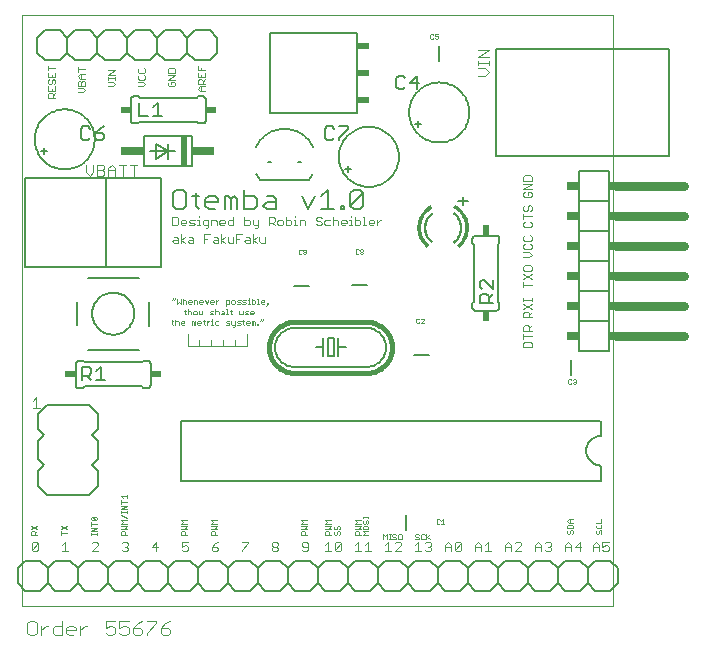
<source format=gto>
G75*
G70*
%OFA0B0*%
%FSLAX24Y24*%
%IPPOS*%
%LPD*%
%AMOC8*
5,1,8,0,0,1.08239X$1,22.5*
%
%ADD10C,0.0000*%
%ADD11C,0.0060*%
%ADD12C,0.0020*%
%ADD13C,0.0030*%
%ADD14C,0.0039*%
%ADD15C,0.0040*%
%ADD16C,0.0080*%
%ADD17C,0.0010*%
%ADD18R,0.0340X0.0240*%
%ADD19C,0.0050*%
%ADD20R,0.0394X0.0236*%
%ADD21R,0.0200X0.1000*%
%ADD22R,0.0750X0.0300*%
%ADD23C,0.0160*%
%ADD24R,0.0240X0.0340*%
%ADD25C,0.0300*%
%ADD26R,0.0200X0.0300*%
%ADD27R,0.0400X0.0300*%
D10*
X005221Y001300D02*
X005221Y020985D01*
X024906Y020985D01*
X024906Y001300D01*
X005221Y001300D01*
D11*
X005321Y001800D02*
X005071Y002050D01*
X005071Y002550D01*
X005321Y002800D01*
X005821Y002800D01*
X006071Y002550D01*
X006321Y002800D01*
X006821Y002800D01*
X007071Y002550D01*
X007071Y002050D01*
X006821Y001800D01*
X006321Y001800D01*
X006071Y002050D01*
X005821Y001800D01*
X005321Y001800D01*
X006071Y002050D02*
X006071Y002550D01*
X007071Y002550D02*
X007321Y002800D01*
X007821Y002800D01*
X008071Y002550D01*
X008321Y002800D01*
X008821Y002800D01*
X009071Y002550D01*
X009321Y002800D01*
X009821Y002800D01*
X010071Y002550D01*
X010071Y002050D01*
X009821Y001800D01*
X009321Y001800D01*
X009071Y002050D01*
X008821Y001800D01*
X008321Y001800D01*
X008071Y002050D01*
X007821Y001800D01*
X007321Y001800D01*
X007071Y002050D01*
X008071Y002050D02*
X008071Y002550D01*
X009071Y002550D02*
X009071Y002050D01*
X010071Y002050D02*
X010321Y001800D01*
X010821Y001800D01*
X011071Y002050D01*
X011321Y001800D01*
X011821Y001800D01*
X012071Y002050D01*
X012321Y001800D01*
X012821Y001800D01*
X013071Y002050D01*
X013071Y002550D01*
X012821Y002800D01*
X012321Y002800D01*
X012071Y002550D01*
X012071Y002050D01*
X012071Y002550D02*
X011821Y002800D01*
X011321Y002800D01*
X011071Y002550D01*
X011071Y002050D01*
X011071Y002550D02*
X010821Y002800D01*
X010321Y002800D01*
X010071Y002550D01*
X013071Y002550D02*
X013321Y002800D01*
X013821Y002800D01*
X014071Y002550D01*
X014321Y002800D01*
X014821Y002800D01*
X015071Y002550D01*
X015321Y002800D01*
X015821Y002800D01*
X016071Y002550D01*
X016071Y002050D01*
X015821Y001800D01*
X015321Y001800D01*
X015071Y002050D01*
X014821Y001800D01*
X014321Y001800D01*
X014071Y002050D01*
X013821Y001800D01*
X013321Y001800D01*
X013071Y002050D01*
X014071Y002050D02*
X014071Y002550D01*
X015071Y002550D02*
X015071Y002050D01*
X016071Y002050D02*
X016321Y001800D01*
X016821Y001800D01*
X017071Y002050D01*
X017321Y001800D01*
X017821Y001800D01*
X018071Y002050D01*
X018321Y001800D01*
X018821Y001800D01*
X019071Y002050D01*
X019071Y002550D01*
X018821Y002800D01*
X018321Y002800D01*
X018071Y002550D01*
X018071Y002050D01*
X018071Y002550D02*
X017821Y002800D01*
X017321Y002800D01*
X017071Y002550D01*
X017071Y002050D01*
X017071Y002550D02*
X016821Y002800D01*
X016321Y002800D01*
X016071Y002550D01*
X019071Y002550D02*
X019321Y002800D01*
X019821Y002800D01*
X020071Y002550D01*
X020321Y002800D01*
X020821Y002800D01*
X021071Y002550D01*
X021321Y002800D01*
X021821Y002800D01*
X022071Y002550D01*
X022071Y002050D01*
X021821Y001800D01*
X021321Y001800D01*
X021071Y002050D01*
X020821Y001800D01*
X020321Y001800D01*
X020071Y002050D01*
X019821Y001800D01*
X019321Y001800D01*
X019071Y002050D01*
X020071Y002050D02*
X020071Y002550D01*
X021071Y002550D02*
X021071Y002050D01*
X022071Y002050D02*
X022321Y001800D01*
X022821Y001800D01*
X023071Y002050D01*
X023321Y001800D01*
X023821Y001800D01*
X024071Y002050D01*
X024321Y001800D01*
X024821Y001800D01*
X025071Y002050D01*
X025071Y002550D01*
X024821Y002800D01*
X024321Y002800D01*
X024071Y002550D01*
X024071Y002050D01*
X024071Y002550D02*
X023821Y002800D01*
X023321Y002800D01*
X023071Y002550D01*
X023071Y002050D01*
X023071Y002550D02*
X022821Y002800D01*
X022321Y002800D01*
X022071Y002550D01*
X024521Y005470D02*
X010521Y005470D01*
X010521Y007470D01*
X024471Y007470D01*
X024521Y007470D02*
X024521Y006970D01*
X024477Y006968D01*
X024434Y006962D01*
X024392Y006953D01*
X024350Y006940D01*
X024310Y006923D01*
X024271Y006903D01*
X024234Y006880D01*
X024200Y006853D01*
X024167Y006824D01*
X024138Y006791D01*
X024111Y006757D01*
X024088Y006720D01*
X024068Y006681D01*
X024051Y006641D01*
X024038Y006599D01*
X024029Y006557D01*
X024023Y006514D01*
X024021Y006470D01*
X024023Y006426D01*
X024029Y006383D01*
X024038Y006341D01*
X024051Y006299D01*
X024068Y006259D01*
X024088Y006220D01*
X024111Y006183D01*
X024138Y006149D01*
X024167Y006116D01*
X024200Y006087D01*
X024234Y006060D01*
X024271Y006037D01*
X024310Y006017D01*
X024350Y006000D01*
X024392Y005987D01*
X024434Y005978D01*
X024477Y005972D01*
X024521Y005970D01*
X024521Y005470D01*
X024769Y009803D02*
X023769Y009803D01*
X023769Y010803D01*
X024769Y010803D01*
X024769Y009803D01*
X024769Y010803D02*
X024769Y011803D01*
X024769Y012803D01*
X024769Y013803D01*
X024769Y014803D01*
X024769Y015803D01*
X023769Y015803D01*
X023769Y014803D01*
X023769Y013803D01*
X023769Y012803D01*
X023769Y011803D01*
X023769Y010803D01*
X023769Y011803D02*
X024769Y011803D01*
X024769Y012803D02*
X023769Y012803D01*
X023769Y013803D02*
X024769Y013803D01*
X024769Y014803D02*
X023769Y014803D01*
X021131Y013542D02*
X021131Y013392D01*
X021081Y013342D01*
X021081Y011442D01*
X021131Y011392D01*
X021131Y011242D01*
X021129Y011225D01*
X021125Y011208D01*
X021118Y011192D01*
X021108Y011178D01*
X021095Y011165D01*
X021081Y011155D01*
X021065Y011148D01*
X021048Y011144D01*
X021031Y011142D01*
X020331Y011142D01*
X020314Y011144D01*
X020297Y011148D01*
X020281Y011155D01*
X020267Y011165D01*
X020254Y011178D01*
X020244Y011192D01*
X020237Y011208D01*
X020233Y011225D01*
X020231Y011242D01*
X020231Y011392D01*
X020281Y011442D01*
X020281Y013342D01*
X020231Y013392D01*
X020231Y013542D01*
X020233Y013559D01*
X020237Y013576D01*
X020244Y013592D01*
X020254Y013606D01*
X020267Y013619D01*
X020281Y013629D01*
X020297Y013636D01*
X020314Y013640D01*
X020331Y013642D01*
X021031Y013642D01*
X021048Y013640D01*
X021065Y013636D01*
X021081Y013629D01*
X021095Y013619D01*
X021108Y013606D01*
X021118Y013592D01*
X021125Y013576D01*
X021129Y013559D01*
X021131Y013542D01*
X016586Y014637D02*
X016479Y014530D01*
X016266Y014530D01*
X016159Y014637D01*
X016586Y015064D01*
X016586Y014637D01*
X016586Y015064D02*
X016479Y015171D01*
X016266Y015171D01*
X016159Y015064D01*
X016159Y014637D01*
X015943Y014637D02*
X015943Y014530D01*
X015837Y014530D01*
X015837Y014637D01*
X015943Y014637D01*
X015619Y014530D02*
X015192Y014530D01*
X015406Y014530D02*
X015406Y015171D01*
X015192Y014957D01*
X014975Y014957D02*
X014761Y014530D01*
X014548Y014957D01*
X013686Y014850D02*
X013686Y014530D01*
X013365Y014530D01*
X013259Y014637D01*
X013365Y014744D01*
X013686Y014744D01*
X013686Y014850D02*
X013579Y014957D01*
X013365Y014957D01*
X013041Y014850D02*
X013041Y014637D01*
X012934Y014530D01*
X012614Y014530D01*
X012614Y015171D01*
X012614Y014957D02*
X012934Y014957D01*
X013041Y014850D01*
X012397Y014850D02*
X012397Y014530D01*
X012183Y014530D02*
X012183Y014850D01*
X012290Y014957D01*
X012397Y014850D01*
X012183Y014850D02*
X012076Y014957D01*
X011970Y014957D01*
X011970Y014530D01*
X011752Y014744D02*
X011325Y014744D01*
X011325Y014850D02*
X011325Y014637D01*
X011432Y014530D01*
X011645Y014530D01*
X011752Y014744D02*
X011752Y014850D01*
X011645Y014957D01*
X011432Y014957D01*
X011325Y014850D01*
X011109Y014957D02*
X010895Y014957D01*
X011002Y015064D02*
X011002Y014637D01*
X011109Y014530D01*
X010678Y014637D02*
X010571Y014530D01*
X010358Y014530D01*
X010251Y014637D01*
X010251Y015064D01*
X010358Y015171D01*
X010571Y015171D01*
X010678Y015064D01*
X010678Y014637D01*
X010870Y015951D02*
X009270Y015951D01*
X009270Y016951D01*
X010870Y016951D01*
X010870Y015951D01*
X010320Y016451D02*
X010070Y016451D01*
X010070Y016701D01*
X010070Y016451D02*
X010070Y016201D01*
X010070Y016451D02*
X009670Y016201D01*
X009670Y016701D01*
X010070Y016451D01*
X009470Y016451D01*
X009091Y017380D02*
X008941Y017380D01*
X008924Y017382D01*
X008907Y017386D01*
X008891Y017393D01*
X008877Y017403D01*
X008864Y017416D01*
X008854Y017430D01*
X008847Y017446D01*
X008843Y017463D01*
X008841Y017480D01*
X008841Y018180D01*
X008843Y018197D01*
X008847Y018214D01*
X008854Y018230D01*
X008864Y018244D01*
X008877Y018257D01*
X008891Y018267D01*
X008907Y018274D01*
X008924Y018278D01*
X008941Y018280D01*
X009091Y018280D01*
X009141Y018230D01*
X011041Y018230D01*
X011091Y018280D01*
X011241Y018280D01*
X011258Y018278D01*
X011275Y018274D01*
X011291Y018267D01*
X011305Y018257D01*
X011318Y018244D01*
X011328Y018230D01*
X011335Y018214D01*
X011339Y018197D01*
X011341Y018180D01*
X011341Y017480D01*
X011339Y017463D01*
X011335Y017446D01*
X011328Y017430D01*
X011318Y017416D01*
X011305Y017403D01*
X011291Y017393D01*
X011275Y017386D01*
X011258Y017382D01*
X011241Y017380D01*
X011091Y017380D01*
X011041Y017430D01*
X009141Y017430D01*
X009091Y017380D01*
X005637Y016846D02*
X005639Y016909D01*
X005645Y016971D01*
X005655Y017033D01*
X005668Y017095D01*
X005686Y017155D01*
X005707Y017214D01*
X005732Y017272D01*
X005761Y017328D01*
X005793Y017382D01*
X005828Y017434D01*
X005866Y017483D01*
X005908Y017531D01*
X005952Y017575D01*
X006000Y017617D01*
X006049Y017655D01*
X006101Y017690D01*
X006155Y017722D01*
X006211Y017751D01*
X006269Y017776D01*
X006328Y017797D01*
X006388Y017815D01*
X006450Y017828D01*
X006512Y017838D01*
X006574Y017844D01*
X006637Y017846D01*
X006700Y017844D01*
X006762Y017838D01*
X006824Y017828D01*
X006886Y017815D01*
X006946Y017797D01*
X007005Y017776D01*
X007063Y017751D01*
X007119Y017722D01*
X007173Y017690D01*
X007225Y017655D01*
X007274Y017617D01*
X007322Y017575D01*
X007366Y017531D01*
X007408Y017483D01*
X007446Y017434D01*
X007481Y017382D01*
X007513Y017328D01*
X007542Y017272D01*
X007567Y017214D01*
X007588Y017155D01*
X007606Y017095D01*
X007619Y017033D01*
X007629Y016971D01*
X007635Y016909D01*
X007637Y016846D01*
X007635Y016783D01*
X007629Y016721D01*
X007619Y016659D01*
X007606Y016597D01*
X007588Y016537D01*
X007567Y016478D01*
X007542Y016420D01*
X007513Y016364D01*
X007481Y016310D01*
X007446Y016258D01*
X007408Y016209D01*
X007366Y016161D01*
X007322Y016117D01*
X007274Y016075D01*
X007225Y016037D01*
X007173Y016002D01*
X007119Y015970D01*
X007063Y015941D01*
X007005Y015916D01*
X006946Y015895D01*
X006886Y015877D01*
X006824Y015864D01*
X006762Y015854D01*
X006700Y015848D01*
X006637Y015846D01*
X006574Y015848D01*
X006512Y015854D01*
X006450Y015864D01*
X006388Y015877D01*
X006328Y015895D01*
X006269Y015916D01*
X006211Y015941D01*
X006155Y015970D01*
X006101Y016002D01*
X006049Y016037D01*
X006000Y016075D01*
X005952Y016117D01*
X005908Y016161D01*
X005866Y016209D01*
X005828Y016258D01*
X005793Y016310D01*
X005761Y016364D01*
X005732Y016420D01*
X005707Y016478D01*
X005686Y016537D01*
X005668Y016597D01*
X005655Y016659D01*
X005645Y016721D01*
X005639Y016783D01*
X005637Y016846D01*
X005937Y016546D02*
X005937Y016346D01*
X006037Y016446D02*
X005837Y016446D01*
X005971Y019480D02*
X006471Y019480D01*
X006721Y019730D01*
X006971Y019480D01*
X007471Y019480D01*
X007721Y019730D01*
X007721Y020230D01*
X007471Y020480D01*
X006971Y020480D01*
X006721Y020230D01*
X006721Y019730D01*
X006721Y020230D02*
X006471Y020480D01*
X005971Y020480D01*
X005721Y020230D01*
X005721Y019730D01*
X005971Y019480D01*
X007721Y019730D02*
X007971Y019480D01*
X008471Y019480D01*
X008721Y019730D01*
X008971Y019480D01*
X009471Y019480D01*
X009721Y019730D01*
X009971Y019480D01*
X010471Y019480D01*
X010721Y019730D01*
X010971Y019480D01*
X011471Y019480D01*
X011721Y019730D01*
X011721Y020230D01*
X011471Y020480D01*
X010971Y020480D01*
X010721Y020230D01*
X010721Y019730D01*
X010721Y020230D02*
X010471Y020480D01*
X009971Y020480D01*
X009721Y020230D01*
X009721Y019730D01*
X009721Y020230D02*
X009471Y020480D01*
X008971Y020480D01*
X008721Y020230D01*
X008721Y019730D01*
X008721Y020230D02*
X008471Y020480D01*
X007971Y020480D01*
X007721Y020230D01*
X015975Y015862D02*
X016175Y015862D01*
X016075Y015762D02*
X016075Y015962D01*
X015775Y016262D02*
X015777Y016325D01*
X015783Y016387D01*
X015793Y016449D01*
X015806Y016511D01*
X015824Y016571D01*
X015845Y016630D01*
X015870Y016688D01*
X015899Y016744D01*
X015931Y016798D01*
X015966Y016850D01*
X016004Y016899D01*
X016046Y016947D01*
X016090Y016991D01*
X016138Y017033D01*
X016187Y017071D01*
X016239Y017106D01*
X016293Y017138D01*
X016349Y017167D01*
X016407Y017192D01*
X016466Y017213D01*
X016526Y017231D01*
X016588Y017244D01*
X016650Y017254D01*
X016712Y017260D01*
X016775Y017262D01*
X016838Y017260D01*
X016900Y017254D01*
X016962Y017244D01*
X017024Y017231D01*
X017084Y017213D01*
X017143Y017192D01*
X017201Y017167D01*
X017257Y017138D01*
X017311Y017106D01*
X017363Y017071D01*
X017412Y017033D01*
X017460Y016991D01*
X017504Y016947D01*
X017546Y016899D01*
X017584Y016850D01*
X017619Y016798D01*
X017651Y016744D01*
X017680Y016688D01*
X017705Y016630D01*
X017726Y016571D01*
X017744Y016511D01*
X017757Y016449D01*
X017767Y016387D01*
X017773Y016325D01*
X017775Y016262D01*
X017773Y016199D01*
X017767Y016137D01*
X017757Y016075D01*
X017744Y016013D01*
X017726Y015953D01*
X017705Y015894D01*
X017680Y015836D01*
X017651Y015780D01*
X017619Y015726D01*
X017584Y015674D01*
X017546Y015625D01*
X017504Y015577D01*
X017460Y015533D01*
X017412Y015491D01*
X017363Y015453D01*
X017311Y015418D01*
X017257Y015386D01*
X017201Y015357D01*
X017143Y015332D01*
X017084Y015311D01*
X017024Y015293D01*
X016962Y015280D01*
X016900Y015270D01*
X016838Y015264D01*
X016775Y015262D01*
X016712Y015264D01*
X016650Y015270D01*
X016588Y015280D01*
X016526Y015293D01*
X016466Y015311D01*
X016407Y015332D01*
X016349Y015357D01*
X016293Y015386D01*
X016239Y015418D01*
X016187Y015453D01*
X016138Y015491D01*
X016090Y015533D01*
X016046Y015577D01*
X016004Y015625D01*
X015966Y015674D01*
X015931Y015726D01*
X015899Y015780D01*
X015870Y015836D01*
X015845Y015894D01*
X015824Y015953D01*
X015806Y016013D01*
X015793Y016075D01*
X015783Y016137D01*
X015777Y016199D01*
X015775Y016262D01*
X018322Y017343D02*
X018522Y017343D01*
X018422Y017243D02*
X018422Y017443D01*
X018122Y017743D02*
X018124Y017806D01*
X018130Y017868D01*
X018140Y017930D01*
X018153Y017992D01*
X018171Y018052D01*
X018192Y018111D01*
X018217Y018169D01*
X018246Y018225D01*
X018278Y018279D01*
X018313Y018331D01*
X018351Y018380D01*
X018393Y018428D01*
X018437Y018472D01*
X018485Y018514D01*
X018534Y018552D01*
X018586Y018587D01*
X018640Y018619D01*
X018696Y018648D01*
X018754Y018673D01*
X018813Y018694D01*
X018873Y018712D01*
X018935Y018725D01*
X018997Y018735D01*
X019059Y018741D01*
X019122Y018743D01*
X019185Y018741D01*
X019247Y018735D01*
X019309Y018725D01*
X019371Y018712D01*
X019431Y018694D01*
X019490Y018673D01*
X019548Y018648D01*
X019604Y018619D01*
X019658Y018587D01*
X019710Y018552D01*
X019759Y018514D01*
X019807Y018472D01*
X019851Y018428D01*
X019893Y018380D01*
X019931Y018331D01*
X019966Y018279D01*
X019998Y018225D01*
X020027Y018169D01*
X020052Y018111D01*
X020073Y018052D01*
X020091Y017992D01*
X020104Y017930D01*
X020114Y017868D01*
X020120Y017806D01*
X020122Y017743D01*
X020120Y017680D01*
X020114Y017618D01*
X020104Y017556D01*
X020091Y017494D01*
X020073Y017434D01*
X020052Y017375D01*
X020027Y017317D01*
X019998Y017261D01*
X019966Y017207D01*
X019931Y017155D01*
X019893Y017106D01*
X019851Y017058D01*
X019807Y017014D01*
X019759Y016972D01*
X019710Y016934D01*
X019658Y016899D01*
X019604Y016867D01*
X019548Y016838D01*
X019490Y016813D01*
X019431Y016792D01*
X019371Y016774D01*
X019309Y016761D01*
X019247Y016751D01*
X019185Y016745D01*
X019122Y016743D01*
X019059Y016745D01*
X018997Y016751D01*
X018935Y016761D01*
X018873Y016774D01*
X018813Y016792D01*
X018754Y016813D01*
X018696Y016838D01*
X018640Y016867D01*
X018586Y016899D01*
X018534Y016934D01*
X018485Y016972D01*
X018437Y017014D01*
X018393Y017058D01*
X018351Y017106D01*
X018313Y017155D01*
X018278Y017207D01*
X018246Y017261D01*
X018217Y017317D01*
X018192Y017375D01*
X018171Y017434D01*
X018153Y017494D01*
X018140Y017556D01*
X018130Y017618D01*
X018124Y017680D01*
X018122Y017743D01*
X016698Y010560D02*
X014298Y010560D01*
X014248Y010558D01*
X014199Y010552D01*
X014150Y010543D01*
X014102Y010530D01*
X014055Y010513D01*
X014010Y010493D01*
X013966Y010469D01*
X013924Y010442D01*
X013884Y010411D01*
X013847Y010378D01*
X013813Y010342D01*
X013781Y010304D01*
X013752Y010263D01*
X013727Y010221D01*
X013705Y010176D01*
X013686Y010130D01*
X013671Y010082D01*
X013660Y010034D01*
X013652Y009985D01*
X013648Y009935D01*
X013648Y009885D01*
X013652Y009835D01*
X013660Y009786D01*
X013671Y009738D01*
X013686Y009690D01*
X013705Y009644D01*
X013727Y009599D01*
X013752Y009557D01*
X013781Y009516D01*
X013813Y009478D01*
X013847Y009442D01*
X013884Y009409D01*
X013924Y009378D01*
X013966Y009351D01*
X014010Y009327D01*
X014055Y009307D01*
X014102Y009290D01*
X014150Y009277D01*
X014199Y009268D01*
X014248Y009262D01*
X014298Y009260D01*
X016698Y009260D01*
X016748Y009262D01*
X016797Y009268D01*
X016846Y009277D01*
X016894Y009290D01*
X016941Y009307D01*
X016986Y009327D01*
X017030Y009351D01*
X017072Y009378D01*
X017112Y009409D01*
X017149Y009442D01*
X017183Y009478D01*
X017215Y009516D01*
X017244Y009557D01*
X017269Y009599D01*
X017291Y009644D01*
X017310Y009690D01*
X017325Y009738D01*
X017336Y009786D01*
X017344Y009835D01*
X017348Y009885D01*
X017348Y009935D01*
X017344Y009985D01*
X017336Y010034D01*
X017325Y010082D01*
X017310Y010130D01*
X017291Y010176D01*
X017269Y010221D01*
X017244Y010263D01*
X017215Y010304D01*
X017183Y010342D01*
X017149Y010378D01*
X017112Y010411D01*
X017072Y010442D01*
X017030Y010469D01*
X016986Y010493D01*
X016941Y010513D01*
X016894Y010530D01*
X016846Y010543D01*
X016797Y010552D01*
X016748Y010558D01*
X016698Y010560D01*
X015998Y009910D02*
X015748Y009910D01*
X015748Y009610D01*
X015598Y009610D02*
X015398Y009610D01*
X015398Y010210D01*
X015598Y010210D01*
X015598Y009610D01*
X015748Y009910D02*
X015748Y010210D01*
X015248Y010210D02*
X015248Y009910D01*
X014998Y009910D01*
X015248Y009910D02*
X015248Y009610D01*
X009501Y009363D02*
X009501Y008663D01*
X009499Y008646D01*
X009495Y008629D01*
X009488Y008613D01*
X009478Y008599D01*
X009465Y008586D01*
X009451Y008576D01*
X009435Y008569D01*
X009418Y008565D01*
X009401Y008563D01*
X009251Y008563D01*
X009201Y008613D01*
X007301Y008613D01*
X007251Y008563D01*
X007101Y008563D01*
X007084Y008565D01*
X007067Y008569D01*
X007051Y008576D01*
X007037Y008586D01*
X007024Y008599D01*
X007014Y008613D01*
X007007Y008629D01*
X007003Y008646D01*
X007001Y008663D01*
X007001Y009363D01*
X007003Y009380D01*
X007007Y009397D01*
X007014Y009413D01*
X007024Y009427D01*
X007037Y009440D01*
X007051Y009450D01*
X007067Y009457D01*
X007084Y009461D01*
X007101Y009463D01*
X007251Y009463D01*
X007301Y009413D01*
X009201Y009413D01*
X009251Y009463D01*
X009401Y009463D01*
X009418Y009461D01*
X009435Y009457D01*
X009451Y009450D01*
X009465Y009440D01*
X009478Y009427D01*
X009488Y009413D01*
X009495Y009397D01*
X009499Y009380D01*
X009501Y009363D01*
D12*
X010261Y010660D02*
X010231Y010690D01*
X010231Y010810D01*
X010201Y010780D02*
X010261Y010780D01*
X010324Y010750D02*
X010354Y010780D01*
X010414Y010780D01*
X010444Y010750D01*
X010444Y010660D01*
X010508Y010690D02*
X010508Y010750D01*
X010538Y010780D01*
X010598Y010780D01*
X010628Y010750D01*
X010628Y010720D01*
X010508Y010720D01*
X010508Y010690D02*
X010538Y010660D01*
X010598Y010660D01*
X010324Y010660D02*
X010324Y010840D01*
X010641Y011040D02*
X010641Y011160D01*
X010611Y011130D02*
X010671Y011130D01*
X010734Y011100D02*
X010764Y011130D01*
X010824Y011130D01*
X010854Y011100D01*
X010854Y011010D01*
X010918Y011040D02*
X010948Y011010D01*
X011008Y011010D01*
X011038Y011040D01*
X011038Y011100D01*
X011008Y011130D01*
X010948Y011130D01*
X010918Y011100D01*
X010918Y011040D01*
X011102Y011040D02*
X011102Y011130D01*
X011102Y011040D02*
X011132Y011010D01*
X011222Y011010D01*
X011222Y011130D01*
X011211Y011360D02*
X011151Y011360D01*
X011121Y011390D01*
X011121Y011450D01*
X011151Y011480D01*
X011211Y011480D01*
X011241Y011450D01*
X011241Y011420D01*
X011121Y011420D01*
X011057Y011450D02*
X011057Y011360D01*
X011057Y011450D02*
X011027Y011480D01*
X010937Y011480D01*
X010937Y011360D01*
X010873Y011420D02*
X010752Y011420D01*
X010752Y011390D02*
X010752Y011450D01*
X010782Y011480D01*
X010843Y011480D01*
X010873Y011450D01*
X010873Y011420D01*
X010843Y011360D02*
X010782Y011360D01*
X010752Y011390D01*
X010688Y011360D02*
X010688Y011450D01*
X010658Y011480D01*
X010598Y011480D01*
X010568Y011450D01*
X010568Y011540D02*
X010568Y011360D01*
X010504Y011360D02*
X010504Y011540D01*
X010384Y011540D02*
X010384Y011360D01*
X010444Y011420D01*
X010504Y011360D01*
X010321Y011510D02*
X010291Y011480D01*
X010321Y011510D02*
X010321Y011570D01*
X010261Y011570D02*
X010261Y011510D01*
X010231Y011480D01*
X010734Y011190D02*
X010734Y011010D01*
X010671Y011010D02*
X010641Y011040D01*
X010876Y010780D02*
X010906Y010780D01*
X010936Y010750D01*
X010966Y010780D01*
X010996Y010750D01*
X010996Y010660D01*
X010936Y010660D02*
X010936Y010750D01*
X010876Y010780D02*
X010876Y010660D01*
X011060Y010690D02*
X011060Y010750D01*
X011090Y010780D01*
X011150Y010780D01*
X011180Y010750D01*
X011180Y010720D01*
X011060Y010720D01*
X011060Y010690D02*
X011090Y010660D01*
X011150Y010660D01*
X011274Y010690D02*
X011304Y010660D01*
X011274Y010690D02*
X011274Y010810D01*
X011244Y010780D02*
X011304Y010780D01*
X011367Y010780D02*
X011367Y010660D01*
X011367Y010720D02*
X011427Y010780D01*
X011457Y010780D01*
X011520Y010780D02*
X011550Y010780D01*
X011550Y010660D01*
X011520Y010660D02*
X011580Y010660D01*
X011643Y010690D02*
X011673Y010660D01*
X011763Y010660D01*
X011763Y010780D02*
X011673Y010780D01*
X011643Y010750D01*
X011643Y010690D01*
X011550Y010840D02*
X011550Y010870D01*
X011560Y011010D02*
X011590Y011040D01*
X011560Y011070D01*
X011500Y011070D01*
X011470Y011100D01*
X011500Y011130D01*
X011590Y011130D01*
X011654Y011100D02*
X011684Y011130D01*
X011744Y011130D01*
X011774Y011100D01*
X011774Y011010D01*
X011838Y011040D02*
X011868Y011070D01*
X011958Y011070D01*
X011958Y011100D02*
X011958Y011010D01*
X011868Y011010D01*
X011838Y011040D01*
X011868Y011130D02*
X011928Y011130D01*
X011958Y011100D01*
X012022Y011010D02*
X012083Y011010D01*
X012052Y011010D02*
X012052Y011190D01*
X012022Y011190D01*
X012011Y011300D02*
X012011Y011480D01*
X012101Y011480D01*
X012131Y011450D01*
X012131Y011390D01*
X012101Y011360D01*
X012011Y011360D01*
X012195Y011390D02*
X012225Y011360D01*
X012285Y011360D01*
X012315Y011390D01*
X012315Y011450D01*
X012285Y011480D01*
X012225Y011480D01*
X012195Y011450D01*
X012195Y011390D01*
X012379Y011360D02*
X012469Y011360D01*
X012499Y011390D01*
X012469Y011420D01*
X012409Y011420D01*
X012379Y011450D01*
X012409Y011480D01*
X012499Y011480D01*
X012563Y011450D02*
X012593Y011480D01*
X012683Y011480D01*
X012747Y011480D02*
X012777Y011480D01*
X012777Y011360D01*
X012747Y011360D02*
X012807Y011360D01*
X012870Y011360D02*
X012960Y011360D01*
X012990Y011390D01*
X012990Y011450D01*
X012960Y011480D01*
X012870Y011480D01*
X012870Y011540D02*
X012870Y011360D01*
X013054Y011360D02*
X013114Y011360D01*
X013084Y011360D02*
X013084Y011540D01*
X013054Y011540D01*
X013177Y011450D02*
X013207Y011480D01*
X013267Y011480D01*
X013297Y011450D01*
X013297Y011420D01*
X013177Y011420D01*
X013177Y011390D02*
X013177Y011450D01*
X013177Y011390D02*
X013207Y011360D01*
X013267Y011360D01*
X013361Y011300D02*
X013421Y011360D01*
X013391Y011360D01*
X013391Y011390D01*
X013421Y011390D01*
X013421Y011360D01*
X012940Y011100D02*
X012940Y011070D01*
X012820Y011070D01*
X012820Y011040D02*
X012820Y011100D01*
X012850Y011130D01*
X012910Y011130D01*
X012940Y011100D01*
X012910Y011010D02*
X012850Y011010D01*
X012820Y011040D01*
X012756Y011040D02*
X012726Y011070D01*
X012666Y011070D01*
X012636Y011100D01*
X012666Y011130D01*
X012756Y011130D01*
X012756Y011040D02*
X012726Y011010D01*
X012636Y011010D01*
X012572Y011010D02*
X012572Y011130D01*
X012572Y011010D02*
X012482Y011010D01*
X012452Y011040D01*
X012452Y011130D01*
X012205Y011130D02*
X012145Y011130D01*
X012175Y011160D02*
X012175Y011040D01*
X012205Y011010D01*
X012196Y010780D02*
X012196Y010690D01*
X012226Y010660D01*
X012316Y010660D01*
X012316Y010630D02*
X012286Y010600D01*
X012256Y010600D01*
X012316Y010630D02*
X012316Y010780D01*
X012380Y010750D02*
X012410Y010780D01*
X012500Y010780D01*
X012564Y010780D02*
X012624Y010780D01*
X012594Y010810D02*
X012594Y010690D01*
X012624Y010660D01*
X012687Y010690D02*
X012687Y010750D01*
X012717Y010780D01*
X012777Y010780D01*
X012807Y010750D01*
X012807Y010720D01*
X012687Y010720D01*
X012687Y010690D02*
X012717Y010660D01*
X012777Y010660D01*
X012871Y010660D02*
X012871Y010780D01*
X012901Y010780D01*
X012931Y010750D01*
X012961Y010780D01*
X012991Y010750D01*
X012991Y010660D01*
X012931Y010660D02*
X012931Y010750D01*
X013055Y010690D02*
X013085Y010690D01*
X013085Y010660D01*
X013055Y010660D01*
X013055Y010690D01*
X013147Y010780D02*
X013177Y010810D01*
X013177Y010870D01*
X013237Y010870D02*
X013237Y010810D01*
X013207Y010780D01*
X012500Y010690D02*
X012470Y010720D01*
X012410Y010720D01*
X012380Y010750D01*
X012380Y010660D02*
X012470Y010660D01*
X012500Y010690D01*
X012131Y010690D02*
X012101Y010720D01*
X012041Y010720D01*
X012011Y010750D01*
X012041Y010780D01*
X012131Y010780D01*
X012131Y010690D02*
X012101Y010660D01*
X012011Y010660D01*
X011654Y011010D02*
X011654Y011190D01*
X011673Y011360D02*
X011673Y011480D01*
X011673Y011420D02*
X011733Y011480D01*
X011763Y011480D01*
X011609Y011450D02*
X011609Y011420D01*
X011489Y011420D01*
X011489Y011390D02*
X011489Y011450D01*
X011519Y011480D01*
X011579Y011480D01*
X011609Y011450D01*
X011579Y011360D02*
X011519Y011360D01*
X011489Y011390D01*
X011425Y011480D02*
X011365Y011360D01*
X011305Y011480D01*
X011470Y011010D02*
X011560Y011010D01*
X012563Y011360D02*
X012653Y011360D01*
X012683Y011390D01*
X012653Y011420D01*
X012593Y011420D01*
X012563Y011450D01*
X012777Y011540D02*
X012777Y011570D01*
X012811Y013400D02*
X012671Y013400D01*
X012625Y013447D01*
X012671Y013494D01*
X012811Y013494D01*
X012811Y013540D02*
X012811Y013400D01*
X012901Y013400D02*
X012901Y013680D01*
X012765Y013587D02*
X012811Y013540D01*
X012765Y013587D02*
X012671Y013587D01*
X012535Y013680D02*
X012348Y013680D01*
X012348Y013400D01*
X012259Y013400D02*
X012259Y013587D01*
X012348Y013540D02*
X012442Y013540D01*
X012259Y013400D02*
X012119Y013400D01*
X012072Y013447D01*
X012072Y013587D01*
X011982Y013587D02*
X011842Y013494D01*
X011982Y013400D01*
X011842Y013400D02*
X011842Y013680D01*
X011706Y013587D02*
X011753Y013540D01*
X011753Y013400D01*
X011613Y013400D01*
X011566Y013447D01*
X011613Y013494D01*
X011753Y013494D01*
X011706Y013587D02*
X011613Y013587D01*
X011476Y013680D02*
X011290Y013680D01*
X011290Y013400D01*
X011290Y013540D02*
X011383Y013540D01*
X011384Y013887D02*
X011430Y013933D01*
X011430Y014167D01*
X011290Y014167D01*
X011244Y014120D01*
X011244Y014027D01*
X011290Y013980D01*
X011430Y013980D01*
X011520Y013980D02*
X011520Y014167D01*
X011660Y014167D01*
X011707Y014120D01*
X011707Y013980D01*
X011796Y014027D02*
X011796Y014120D01*
X011843Y014167D01*
X011936Y014167D01*
X011983Y014120D01*
X011983Y014074D01*
X011796Y014074D01*
X011796Y014027D02*
X011843Y013980D01*
X011936Y013980D01*
X012072Y014027D02*
X012072Y014120D01*
X012119Y014167D01*
X012259Y014167D01*
X012259Y014260D02*
X012259Y013980D01*
X012119Y013980D01*
X012072Y014027D01*
X012625Y013980D02*
X012765Y013980D01*
X012811Y014027D01*
X012811Y014120D01*
X012765Y014167D01*
X012625Y014167D01*
X012625Y014260D02*
X012625Y013980D01*
X012901Y014027D02*
X012901Y014167D01*
X012901Y014027D02*
X012948Y013980D01*
X013088Y013980D01*
X013088Y013933D02*
X013041Y013887D01*
X012994Y013887D01*
X013088Y013933D02*
X013088Y014167D01*
X013453Y014074D02*
X013593Y014074D01*
X013640Y014120D01*
X013640Y014214D01*
X013593Y014260D01*
X013453Y014260D01*
X013453Y013980D01*
X013547Y014074D02*
X013640Y013980D01*
X013730Y014027D02*
X013776Y013980D01*
X013870Y013980D01*
X013916Y014027D01*
X013916Y014120D01*
X013870Y014167D01*
X013776Y014167D01*
X013730Y014120D01*
X013730Y014027D01*
X014006Y013980D02*
X014006Y014260D01*
X014006Y014167D02*
X014146Y014167D01*
X014193Y014120D01*
X014193Y014027D01*
X014146Y013980D01*
X014006Y013980D01*
X014282Y013980D02*
X014375Y013980D01*
X014329Y013980D02*
X014329Y014167D01*
X014282Y014167D01*
X014329Y014260D02*
X014329Y014307D01*
X014466Y014167D02*
X014466Y013980D01*
X014653Y013980D02*
X014653Y014120D01*
X014606Y014167D01*
X014466Y014167D01*
X015019Y014167D02*
X015065Y014120D01*
X015159Y014120D01*
X015205Y014074D01*
X015205Y014027D01*
X015159Y013980D01*
X015065Y013980D01*
X015019Y014027D01*
X015019Y014167D02*
X015019Y014214D01*
X015065Y014260D01*
X015159Y014260D01*
X015205Y014214D01*
X015295Y014120D02*
X015295Y014027D01*
X015341Y013980D01*
X015482Y013980D01*
X015571Y013980D02*
X015571Y014260D01*
X015618Y014167D02*
X015571Y014120D01*
X015618Y014167D02*
X015711Y014167D01*
X015758Y014120D01*
X015758Y013980D01*
X015847Y014027D02*
X015847Y014120D01*
X015894Y014167D01*
X015987Y014167D01*
X016034Y014120D01*
X016034Y014074D01*
X015847Y014074D01*
X015847Y014027D02*
X015894Y013980D01*
X015987Y013980D01*
X016123Y013980D02*
X016217Y013980D01*
X016170Y013980D02*
X016170Y014167D01*
X016123Y014167D01*
X016170Y014260D02*
X016170Y014307D01*
X016308Y014260D02*
X016308Y013980D01*
X016448Y013980D01*
X016494Y014027D01*
X016494Y014120D01*
X016448Y014167D01*
X016308Y014167D01*
X016584Y014260D02*
X016631Y014260D01*
X016631Y013980D01*
X016677Y013980D02*
X016584Y013980D01*
X016768Y014027D02*
X016768Y014120D01*
X016815Y014167D01*
X016908Y014167D01*
X016955Y014120D01*
X016955Y014074D01*
X016768Y014074D01*
X016768Y014027D02*
X016815Y013980D01*
X016908Y013980D01*
X017044Y013980D02*
X017044Y014167D01*
X017044Y014074D02*
X017138Y014167D01*
X017184Y014167D01*
X015482Y014167D02*
X015341Y014167D01*
X015295Y014120D01*
X013318Y013587D02*
X013318Y013400D01*
X013178Y013400D01*
X013131Y013447D01*
X013131Y013587D01*
X013041Y013587D02*
X012901Y013494D01*
X013041Y013400D01*
X011384Y013887D02*
X011337Y013887D01*
X011153Y013980D02*
X011059Y013980D01*
X011106Y013980D02*
X011106Y014167D01*
X011059Y014167D01*
X010970Y014167D02*
X010830Y014167D01*
X010783Y014120D01*
X010830Y014074D01*
X010923Y014074D01*
X010970Y014027D01*
X010923Y013980D01*
X010783Y013980D01*
X010694Y014074D02*
X010507Y014074D01*
X010507Y014120D02*
X010554Y014167D01*
X010647Y014167D01*
X010694Y014120D01*
X010694Y014074D01*
X010647Y013980D02*
X010554Y013980D01*
X010507Y014027D01*
X010507Y014120D01*
X010418Y014027D02*
X010418Y014214D01*
X010371Y014260D01*
X010231Y014260D01*
X010231Y013980D01*
X010371Y013980D01*
X010418Y014027D01*
X010507Y013680D02*
X010507Y013400D01*
X010418Y013400D02*
X010418Y013540D01*
X010371Y013587D01*
X010277Y013587D01*
X010277Y013494D02*
X010418Y013494D01*
X010507Y013494D02*
X010647Y013400D01*
X010737Y013447D02*
X010784Y013494D01*
X010924Y013494D01*
X010924Y013540D02*
X010924Y013400D01*
X010784Y013400D01*
X010737Y013447D01*
X010784Y013587D02*
X010877Y013587D01*
X010924Y013540D01*
X010647Y013587D02*
X010507Y013494D01*
X010418Y013400D02*
X010277Y013400D01*
X010231Y013447D01*
X010277Y013494D01*
X011106Y014260D02*
X011106Y014307D01*
X006321Y018230D02*
X006091Y018230D01*
X006091Y018345D01*
X006129Y018384D01*
X006206Y018384D01*
X006244Y018345D01*
X006244Y018230D01*
X006244Y018307D02*
X006321Y018384D01*
X006321Y018460D02*
X006321Y018614D01*
X006282Y018690D02*
X006321Y018729D01*
X006321Y018806D01*
X006282Y018844D01*
X006244Y018844D01*
X006206Y018806D01*
X006206Y018729D01*
X006167Y018690D01*
X006129Y018690D01*
X006091Y018729D01*
X006091Y018806D01*
X006129Y018844D01*
X006091Y018921D02*
X006321Y018921D01*
X006321Y019074D01*
X006206Y018997D02*
X006206Y018921D01*
X006091Y018921D02*
X006091Y019074D01*
X006091Y019151D02*
X006091Y019304D01*
X006091Y019227D02*
X006321Y019227D01*
X007081Y019254D02*
X007081Y019101D01*
X007081Y019177D02*
X007311Y019177D01*
X007311Y019024D02*
X007157Y019024D01*
X007081Y018947D01*
X007157Y018870D01*
X007311Y018870D01*
X007272Y018794D02*
X007311Y018755D01*
X007311Y018640D01*
X007081Y018640D01*
X007081Y018755D01*
X007119Y018794D01*
X007157Y018794D01*
X007196Y018755D01*
X007196Y018640D01*
X007234Y018564D02*
X007081Y018564D01*
X007234Y018564D02*
X007311Y018487D01*
X007234Y018410D01*
X007081Y018410D01*
X007196Y018755D02*
X007234Y018794D01*
X007272Y018794D01*
X007196Y018870D02*
X007196Y019024D01*
X008081Y018994D02*
X008311Y019147D01*
X008081Y019147D01*
X008081Y018994D02*
X008311Y018994D01*
X008311Y018917D02*
X008311Y018840D01*
X008311Y018879D02*
X008081Y018879D01*
X008081Y018917D02*
X008081Y018840D01*
X008081Y018764D02*
X008234Y018764D01*
X008311Y018687D01*
X008234Y018610D01*
X008081Y018610D01*
X009081Y018610D02*
X009234Y018610D01*
X009311Y018687D01*
X009234Y018764D01*
X009081Y018764D01*
X009119Y018840D02*
X009272Y018840D01*
X009311Y018879D01*
X009311Y018955D01*
X009272Y018994D01*
X009272Y019070D02*
X009311Y019109D01*
X009311Y019186D01*
X009272Y019224D01*
X009119Y019224D02*
X009081Y019186D01*
X009081Y019109D01*
X009119Y019070D01*
X009272Y019070D01*
X009119Y018994D02*
X009081Y018955D01*
X009081Y018879D01*
X009119Y018840D01*
X010081Y018840D02*
X010311Y018994D01*
X010081Y018994D01*
X010081Y019070D02*
X010081Y019186D01*
X010119Y019224D01*
X010272Y019224D01*
X010311Y019186D01*
X010311Y019070D01*
X010081Y019070D01*
X010081Y018840D02*
X010311Y018840D01*
X010272Y018764D02*
X010196Y018764D01*
X010196Y018687D01*
X010272Y018764D02*
X010311Y018725D01*
X010311Y018649D01*
X010272Y018610D01*
X010119Y018610D01*
X010081Y018649D01*
X010081Y018725D01*
X010119Y018764D01*
X011081Y018805D02*
X011081Y018690D01*
X011311Y018690D01*
X011311Y018614D02*
X011157Y018614D01*
X011081Y018537D01*
X011157Y018460D01*
X011311Y018460D01*
X011196Y018460D02*
X011196Y018614D01*
X011234Y018690D02*
X011234Y018805D01*
X011196Y018844D01*
X011119Y018844D01*
X011081Y018805D01*
X011081Y018920D02*
X011311Y018920D01*
X011311Y019074D01*
X011311Y019151D02*
X011081Y019151D01*
X011081Y019304D01*
X011196Y019227D02*
X011196Y019151D01*
X011081Y019074D02*
X011081Y018920D01*
X011196Y018920D02*
X011196Y018997D01*
X011311Y018844D02*
X011234Y018767D01*
X006321Y018460D02*
X006091Y018460D01*
X006091Y018614D01*
X006206Y018537D02*
X006206Y018460D01*
X021931Y015603D02*
X021931Y015463D01*
X022211Y015463D01*
X022211Y015603D01*
X022164Y015649D01*
X021977Y015649D01*
X021931Y015603D01*
X021931Y015373D02*
X022211Y015373D01*
X021931Y015186D01*
X022211Y015186D01*
X022164Y015097D02*
X022211Y015050D01*
X022211Y014957D01*
X022164Y014910D01*
X021977Y014910D01*
X021931Y014957D01*
X021931Y015050D01*
X021977Y015097D01*
X022071Y015097D02*
X022071Y015004D01*
X022071Y015097D02*
X022164Y015097D01*
X022164Y014649D02*
X022211Y014603D01*
X022211Y014509D01*
X022164Y014463D01*
X022071Y014509D02*
X022071Y014603D01*
X022117Y014649D01*
X022164Y014649D01*
X022071Y014509D02*
X022024Y014463D01*
X021977Y014463D01*
X021931Y014509D01*
X021931Y014603D01*
X021977Y014649D01*
X021931Y014373D02*
X021931Y014186D01*
X021931Y014280D02*
X022211Y014280D01*
X022164Y014097D02*
X022211Y014050D01*
X022211Y013957D01*
X022164Y013910D01*
X021977Y013910D01*
X021931Y013957D01*
X021931Y014050D01*
X021977Y014097D01*
X021977Y013649D02*
X021931Y013603D01*
X021931Y013509D01*
X021977Y013463D01*
X022164Y013463D01*
X022211Y013509D01*
X022211Y013603D01*
X022164Y013649D01*
X022164Y013373D02*
X022211Y013326D01*
X022211Y013233D01*
X022164Y013186D01*
X021977Y013186D01*
X021931Y013233D01*
X021931Y013326D01*
X021977Y013373D01*
X021931Y013097D02*
X022117Y013097D01*
X022211Y013004D01*
X022117Y012910D01*
X021931Y012910D01*
X021977Y012649D02*
X021931Y012603D01*
X021931Y012509D01*
X021977Y012463D01*
X022164Y012463D01*
X022211Y012509D01*
X022211Y012603D01*
X022164Y012649D01*
X021977Y012649D01*
X021931Y012373D02*
X022211Y012186D01*
X022211Y012004D02*
X021931Y012004D01*
X021931Y012097D02*
X021931Y011910D01*
X021931Y011556D02*
X021931Y011463D01*
X021931Y011509D02*
X022211Y011509D01*
X022211Y011463D02*
X022211Y011556D01*
X022211Y011373D02*
X021931Y011186D01*
X021977Y011097D02*
X022071Y011097D01*
X022117Y011050D01*
X022117Y010910D01*
X022117Y011004D02*
X022211Y011097D01*
X022211Y011186D02*
X021931Y011373D01*
X021977Y011097D02*
X021931Y011050D01*
X021931Y010910D01*
X022211Y010910D01*
X022211Y010649D02*
X022117Y010556D01*
X022117Y010603D02*
X022117Y010463D01*
X022211Y010463D02*
X021931Y010463D01*
X021931Y010603D01*
X021977Y010649D01*
X022071Y010649D01*
X022117Y010603D01*
X021931Y010373D02*
X021931Y010186D01*
X021931Y010280D02*
X022211Y010280D01*
X022164Y010097D02*
X021977Y010097D01*
X021931Y010050D01*
X021931Y009910D01*
X022211Y009910D01*
X022211Y010050D01*
X022164Y010097D01*
X021931Y012186D02*
X022211Y012373D01*
X016761Y004273D02*
X016761Y004213D01*
X016761Y004243D02*
X016581Y004243D01*
X016581Y004213D02*
X016581Y004273D01*
X016611Y004149D02*
X016581Y004118D01*
X016581Y004058D01*
X016611Y004028D01*
X016641Y004028D01*
X016671Y004058D01*
X016671Y004118D01*
X016701Y004149D01*
X016731Y004149D01*
X016761Y004118D01*
X016761Y004058D01*
X016731Y004028D01*
X016731Y003964D02*
X016611Y003964D01*
X016581Y003934D01*
X016581Y003874D01*
X016611Y003844D01*
X016731Y003844D01*
X016761Y003874D01*
X016761Y003934D01*
X016731Y003964D01*
X016761Y003780D02*
X016581Y003780D01*
X016641Y003720D01*
X016581Y003660D01*
X016761Y003660D01*
X016511Y003660D02*
X016331Y003660D01*
X016331Y003750D01*
X016361Y003780D01*
X016421Y003780D01*
X016451Y003750D01*
X016451Y003660D01*
X016511Y003844D02*
X016451Y003904D01*
X016511Y003964D01*
X016331Y003964D01*
X016331Y004028D02*
X016391Y004088D01*
X016331Y004149D01*
X016511Y004149D01*
X016511Y004028D02*
X016331Y004028D01*
X016331Y003844D02*
X016511Y003844D01*
X017256Y003690D02*
X017256Y003510D01*
X017376Y003510D02*
X017376Y003690D01*
X017316Y003630D01*
X017256Y003690D01*
X017440Y003690D02*
X017500Y003690D01*
X017470Y003690D02*
X017470Y003510D01*
X017440Y003510D02*
X017500Y003510D01*
X017562Y003540D02*
X017592Y003510D01*
X017652Y003510D01*
X017683Y003540D01*
X017683Y003570D01*
X017652Y003600D01*
X017592Y003600D01*
X017562Y003630D01*
X017562Y003660D01*
X017592Y003690D01*
X017652Y003690D01*
X017683Y003660D01*
X017747Y003660D02*
X017747Y003540D01*
X017777Y003510D01*
X017837Y003510D01*
X017867Y003540D01*
X017867Y003660D01*
X017837Y003690D01*
X017777Y003690D01*
X017747Y003660D01*
X018328Y003660D02*
X018328Y003630D01*
X018358Y003600D01*
X018418Y003600D01*
X018448Y003570D01*
X018448Y003540D01*
X018418Y003510D01*
X018358Y003510D01*
X018328Y003540D01*
X018328Y003660D02*
X018358Y003690D01*
X018418Y003690D01*
X018448Y003660D01*
X018512Y003660D02*
X018512Y003540D01*
X018542Y003510D01*
X018603Y003510D01*
X018633Y003540D01*
X018697Y003510D02*
X018697Y003690D01*
X018633Y003660D02*
X018603Y003690D01*
X018542Y003690D01*
X018512Y003660D01*
X018697Y003570D02*
X018817Y003690D01*
X018727Y003600D02*
X018817Y003510D01*
X015811Y003690D02*
X015781Y003660D01*
X015811Y003690D02*
X015811Y003750D01*
X015781Y003780D01*
X015751Y003780D01*
X015721Y003750D01*
X015721Y003690D01*
X015691Y003660D01*
X015661Y003660D01*
X015631Y003690D01*
X015631Y003750D01*
X015661Y003780D01*
X015661Y003844D02*
X015691Y003844D01*
X015721Y003874D01*
X015721Y003934D01*
X015751Y003964D01*
X015781Y003964D01*
X015811Y003934D01*
X015811Y003874D01*
X015781Y003844D01*
X015661Y003844D02*
X015631Y003874D01*
X015631Y003934D01*
X015661Y003964D01*
X015511Y003964D02*
X015331Y003964D01*
X015331Y004028D02*
X015391Y004088D01*
X015331Y004149D01*
X015511Y004149D01*
X015511Y004028D02*
X015331Y004028D01*
X015451Y003904D02*
X015511Y003964D01*
X015451Y003904D02*
X015511Y003844D01*
X015331Y003844D01*
X015361Y003780D02*
X015421Y003780D01*
X015451Y003750D01*
X015451Y003660D01*
X015511Y003660D02*
X015331Y003660D01*
X015331Y003750D01*
X015361Y003780D01*
X014711Y003844D02*
X014651Y003904D01*
X014711Y003964D01*
X014531Y003964D01*
X014531Y004028D02*
X014591Y004088D01*
X014531Y004149D01*
X014711Y004149D01*
X014711Y004028D02*
X014531Y004028D01*
X014531Y003844D02*
X014711Y003844D01*
X014621Y003780D02*
X014651Y003750D01*
X014651Y003660D01*
X014711Y003660D02*
X014531Y003660D01*
X014531Y003750D01*
X014561Y003780D01*
X014621Y003780D01*
X011711Y003844D02*
X011651Y003904D01*
X011711Y003964D01*
X011531Y003964D01*
X011531Y004028D02*
X011591Y004088D01*
X011531Y004149D01*
X011711Y004149D01*
X011711Y004028D02*
X011531Y004028D01*
X011531Y003844D02*
X011711Y003844D01*
X011621Y003780D02*
X011651Y003750D01*
X011651Y003660D01*
X011711Y003660D02*
X011531Y003660D01*
X011531Y003750D01*
X011561Y003780D01*
X011621Y003780D01*
X010711Y003844D02*
X010651Y003904D01*
X010711Y003964D01*
X010531Y003964D01*
X010531Y004028D02*
X010591Y004088D01*
X010531Y004149D01*
X010711Y004149D01*
X010711Y004028D02*
X010531Y004028D01*
X010531Y003844D02*
X010711Y003844D01*
X010621Y003780D02*
X010651Y003750D01*
X010651Y003660D01*
X010711Y003660D02*
X010531Y003660D01*
X010531Y003750D01*
X010561Y003780D01*
X010621Y003780D01*
X008711Y003844D02*
X008651Y003904D01*
X008711Y003964D01*
X008531Y003964D01*
X008531Y004028D02*
X008591Y004088D01*
X008531Y004149D01*
X008711Y004149D01*
X008711Y004213D02*
X008531Y004333D01*
X008531Y004397D02*
X008531Y004457D01*
X008531Y004427D02*
X008711Y004427D01*
X008711Y004397D02*
X008711Y004457D01*
X008711Y004519D02*
X008531Y004519D01*
X008711Y004640D01*
X008531Y004640D01*
X008531Y004704D02*
X008531Y004824D01*
X008531Y004764D02*
X008711Y004764D01*
X008711Y004888D02*
X008711Y005008D01*
X008711Y004948D02*
X008531Y004948D01*
X008591Y004888D01*
X007711Y004241D02*
X007711Y004181D01*
X007681Y004151D01*
X007561Y004271D01*
X007681Y004271D01*
X007711Y004241D01*
X007681Y004151D02*
X007561Y004151D01*
X007531Y004181D01*
X007531Y004241D01*
X007561Y004271D01*
X007531Y004087D02*
X007531Y003967D01*
X007531Y004027D02*
X007711Y004027D01*
X007711Y003903D02*
X007531Y003903D01*
X007531Y003783D02*
X007711Y003903D01*
X007711Y003783D02*
X007531Y003783D01*
X007531Y003720D02*
X007531Y003660D01*
X007531Y003690D02*
X007711Y003690D01*
X007711Y003660D02*
X007711Y003720D01*
X008531Y003750D02*
X008561Y003780D01*
X008621Y003780D01*
X008651Y003750D01*
X008651Y003660D01*
X008711Y003660D02*
X008531Y003660D01*
X008531Y003750D01*
X008531Y003844D02*
X008711Y003844D01*
X008711Y004028D02*
X008531Y004028D01*
X006711Y003964D02*
X006531Y003844D01*
X006531Y003780D02*
X006531Y003660D01*
X006531Y003720D02*
X006711Y003720D01*
X006711Y003844D02*
X006531Y003964D01*
X005711Y003964D02*
X005531Y003844D01*
X005561Y003780D02*
X005621Y003780D01*
X005651Y003750D01*
X005651Y003660D01*
X005711Y003660D02*
X005531Y003660D01*
X005531Y003750D01*
X005561Y003780D01*
X005651Y003720D02*
X005711Y003780D01*
X005711Y003844D02*
X005531Y003964D01*
X023391Y003974D02*
X023391Y003884D01*
X023571Y003884D01*
X023571Y003974D01*
X023541Y004004D01*
X023421Y004004D01*
X023391Y003974D01*
X023451Y004068D02*
X023391Y004128D01*
X023451Y004189D01*
X023571Y004189D01*
X023481Y004189D02*
X023481Y004068D01*
X023451Y004068D02*
X023571Y004068D01*
X023541Y003820D02*
X023571Y003790D01*
X023571Y003730D01*
X023541Y003700D01*
X023481Y003730D02*
X023481Y003790D01*
X023511Y003820D01*
X023541Y003820D01*
X023481Y003730D02*
X023451Y003700D01*
X023421Y003700D01*
X023391Y003730D01*
X023391Y003790D01*
X023421Y003820D01*
X024351Y003790D02*
X024351Y003730D01*
X024381Y003700D01*
X024411Y003700D01*
X024441Y003730D01*
X024441Y003790D01*
X024471Y003820D01*
X024501Y003820D01*
X024531Y003790D01*
X024531Y003730D01*
X024501Y003700D01*
X024381Y003820D02*
X024351Y003790D01*
X024381Y003884D02*
X024501Y003884D01*
X024531Y003914D01*
X024531Y003974D01*
X024501Y004004D01*
X024531Y004068D02*
X024531Y004189D01*
X024531Y004068D02*
X024351Y004068D01*
X024381Y004004D02*
X024351Y003974D01*
X024351Y003914D01*
X024381Y003884D01*
D13*
X024343Y003435D02*
X024236Y003329D01*
X024236Y003115D01*
X024236Y003275D02*
X024449Y003275D01*
X024449Y003329D02*
X024449Y003115D01*
X024558Y003169D02*
X024611Y003115D01*
X024718Y003115D01*
X024772Y003169D01*
X024772Y003275D01*
X024718Y003329D01*
X024665Y003329D01*
X024558Y003275D01*
X024558Y003435D01*
X024772Y003435D01*
X024449Y003329D02*
X024343Y003435D01*
X023852Y003275D02*
X023638Y003275D01*
X023798Y003435D01*
X023798Y003115D01*
X023529Y003115D02*
X023529Y003329D01*
X023423Y003435D01*
X023316Y003329D01*
X023316Y003115D01*
X023316Y003275D02*
X023529Y003275D01*
X022852Y003222D02*
X022852Y003169D01*
X022798Y003115D01*
X022691Y003115D01*
X022638Y003169D01*
X022529Y003115D02*
X022529Y003329D01*
X022423Y003435D01*
X022316Y003329D01*
X022316Y003115D01*
X022316Y003275D02*
X022529Y003275D01*
X022638Y003382D02*
X022691Y003435D01*
X022798Y003435D01*
X022852Y003382D01*
X022852Y003329D01*
X022798Y003275D01*
X022852Y003222D01*
X022798Y003275D02*
X022745Y003275D01*
X021852Y003329D02*
X021638Y003115D01*
X021852Y003115D01*
X021852Y003329D02*
X021852Y003382D01*
X021798Y003435D01*
X021691Y003435D01*
X021638Y003382D01*
X021529Y003329D02*
X021529Y003115D01*
X021529Y003275D02*
X021316Y003275D01*
X021316Y003329D02*
X021316Y003115D01*
X021316Y003329D02*
X021423Y003435D01*
X021529Y003329D01*
X020852Y003115D02*
X020638Y003115D01*
X020745Y003115D02*
X020745Y003435D01*
X020638Y003329D01*
X020529Y003329D02*
X020529Y003115D01*
X020529Y003275D02*
X020316Y003275D01*
X020316Y003329D02*
X020316Y003115D01*
X020316Y003329D02*
X020423Y003435D01*
X020529Y003329D01*
X019852Y003382D02*
X019852Y003169D01*
X019798Y003115D01*
X019691Y003115D01*
X019638Y003169D01*
X019852Y003382D01*
X019798Y003435D01*
X019691Y003435D01*
X019638Y003382D01*
X019638Y003169D01*
X019529Y003115D02*
X019529Y003329D01*
X019423Y003435D01*
X019316Y003329D01*
X019316Y003115D01*
X019316Y003275D02*
X019529Y003275D01*
X018852Y003222D02*
X018852Y003169D01*
X018798Y003115D01*
X018691Y003115D01*
X018638Y003169D01*
X018529Y003115D02*
X018316Y003115D01*
X018423Y003115D02*
X018423Y003435D01*
X018316Y003329D01*
X018638Y003382D02*
X018691Y003435D01*
X018798Y003435D01*
X018852Y003382D01*
X018852Y003329D01*
X018798Y003275D01*
X018852Y003222D01*
X018798Y003275D02*
X018745Y003275D01*
X017852Y003329D02*
X017852Y003382D01*
X017798Y003435D01*
X017691Y003435D01*
X017638Y003382D01*
X017852Y003329D02*
X017638Y003115D01*
X017852Y003115D01*
X017529Y003115D02*
X017316Y003115D01*
X017423Y003115D02*
X017423Y003435D01*
X017316Y003329D01*
X016852Y003115D02*
X016638Y003115D01*
X016745Y003115D02*
X016745Y003435D01*
X016638Y003329D01*
X016529Y003115D02*
X016316Y003115D01*
X016423Y003115D02*
X016423Y003435D01*
X016316Y003329D01*
X015852Y003382D02*
X015638Y003169D01*
X015691Y003115D01*
X015798Y003115D01*
X015852Y003169D01*
X015852Y003382D01*
X015798Y003435D01*
X015691Y003435D01*
X015638Y003382D01*
X015638Y003169D01*
X015529Y003115D02*
X015316Y003115D01*
X015423Y003115D02*
X015423Y003435D01*
X015316Y003329D01*
X014749Y003382D02*
X014749Y003169D01*
X014696Y003115D01*
X014589Y003115D01*
X014536Y003169D01*
X014589Y003275D02*
X014749Y003275D01*
X014749Y003382D02*
X014696Y003435D01*
X014589Y003435D01*
X014536Y003382D01*
X014536Y003329D01*
X014589Y003275D01*
X013749Y003222D02*
X013749Y003169D01*
X013696Y003115D01*
X013589Y003115D01*
X013536Y003169D01*
X013536Y003222D01*
X013589Y003275D01*
X013696Y003275D01*
X013749Y003222D01*
X013696Y003275D02*
X013749Y003329D01*
X013749Y003382D01*
X013696Y003435D01*
X013589Y003435D01*
X013536Y003382D01*
X013536Y003329D01*
X013589Y003275D01*
X012749Y003382D02*
X012536Y003169D01*
X012536Y003115D01*
X012536Y003435D02*
X012749Y003435D01*
X012749Y003382D01*
X011749Y003435D02*
X011643Y003382D01*
X011536Y003275D01*
X011696Y003275D01*
X011749Y003222D01*
X011749Y003169D01*
X011696Y003115D01*
X011589Y003115D01*
X011536Y003169D01*
X011536Y003275D01*
X010749Y003275D02*
X010749Y003169D01*
X010696Y003115D01*
X010589Y003115D01*
X010536Y003169D01*
X010536Y003275D02*
X010643Y003329D01*
X010696Y003329D01*
X010749Y003275D01*
X010749Y003435D02*
X010536Y003435D01*
X010536Y003275D01*
X009749Y003275D02*
X009536Y003275D01*
X009696Y003435D01*
X009696Y003115D01*
X008749Y003169D02*
X008696Y003115D01*
X008589Y003115D01*
X008536Y003169D01*
X008643Y003275D02*
X008696Y003275D01*
X008749Y003222D01*
X008749Y003169D01*
X008696Y003275D02*
X008749Y003329D01*
X008749Y003382D01*
X008696Y003435D01*
X008589Y003435D01*
X008536Y003382D01*
X007749Y003382D02*
X007696Y003435D01*
X007589Y003435D01*
X007536Y003382D01*
X007749Y003382D02*
X007749Y003329D01*
X007536Y003115D01*
X007749Y003115D01*
X006749Y003115D02*
X006536Y003115D01*
X006643Y003115D02*
X006643Y003435D01*
X006536Y003329D01*
X005749Y003382D02*
X005749Y003169D01*
X005696Y003115D01*
X005589Y003115D01*
X005536Y003169D01*
X005749Y003382D01*
X005696Y003435D01*
X005589Y003435D01*
X005536Y003382D01*
X005536Y003169D01*
X005570Y007895D02*
X005817Y007895D01*
X005693Y007895D02*
X005693Y008265D01*
X005570Y008142D01*
X007468Y015635D02*
X007591Y015759D01*
X007591Y016005D01*
X007713Y016005D02*
X007898Y016005D01*
X007959Y015944D01*
X007959Y015882D01*
X007898Y015820D01*
X007713Y015820D01*
X007898Y015820D02*
X007959Y015759D01*
X007959Y015697D01*
X007898Y015635D01*
X007713Y015635D01*
X007713Y016005D01*
X007344Y016005D02*
X007344Y015759D01*
X007468Y015635D01*
X008081Y015635D02*
X008081Y015882D01*
X008204Y016005D01*
X008328Y015882D01*
X008328Y015635D01*
X008328Y015820D02*
X008081Y015820D01*
X008449Y016005D02*
X008696Y016005D01*
X008817Y016005D02*
X009064Y016005D01*
X008941Y016005D02*
X008941Y015635D01*
X008573Y015635D02*
X008573Y016005D01*
X020415Y018965D02*
X020662Y018965D01*
X020786Y019089D01*
X020662Y019212D01*
X020415Y019212D01*
X020415Y019333D02*
X020415Y019457D01*
X020415Y019395D02*
X020786Y019395D01*
X020786Y019333D02*
X020786Y019457D01*
X020786Y019579D02*
X020415Y019579D01*
X020786Y019826D01*
X020415Y019826D01*
D14*
X012701Y010355D02*
X012701Y009962D01*
X012307Y009962D01*
X012307Y010158D01*
X012307Y009962D02*
X011914Y009962D01*
X011914Y010158D01*
X011914Y009962D02*
X011520Y009962D01*
X011520Y010158D01*
X011520Y009962D02*
X011126Y009962D01*
X011126Y010158D01*
X011126Y009962D02*
X010733Y009962D01*
X010733Y010355D01*
D15*
X010148Y000791D02*
X009994Y000714D01*
X009841Y000560D01*
X010071Y000560D01*
X010148Y000484D01*
X010148Y000407D01*
X010071Y000330D01*
X009918Y000330D01*
X009841Y000407D01*
X009841Y000560D01*
X009687Y000714D02*
X009381Y000407D01*
X009381Y000330D01*
X009227Y000407D02*
X009227Y000484D01*
X009150Y000560D01*
X008920Y000560D01*
X008920Y000407D01*
X008997Y000330D01*
X009150Y000330D01*
X009227Y000407D01*
X009074Y000714D02*
X008920Y000560D01*
X008767Y000560D02*
X008767Y000407D01*
X008690Y000330D01*
X008536Y000330D01*
X008460Y000407D01*
X008460Y000560D02*
X008613Y000637D01*
X008690Y000637D01*
X008767Y000560D01*
X008767Y000791D02*
X008460Y000791D01*
X008460Y000560D01*
X008306Y000560D02*
X008306Y000407D01*
X008230Y000330D01*
X008076Y000330D01*
X007999Y000407D01*
X007999Y000560D02*
X008153Y000637D01*
X008230Y000637D01*
X008306Y000560D01*
X008306Y000791D02*
X007999Y000791D01*
X007999Y000560D01*
X007386Y000637D02*
X007309Y000637D01*
X007155Y000484D01*
X007002Y000484D02*
X006695Y000484D01*
X006695Y000560D02*
X006772Y000637D01*
X006925Y000637D01*
X007002Y000560D01*
X007002Y000484D01*
X006925Y000330D02*
X006772Y000330D01*
X006695Y000407D01*
X006695Y000560D01*
X006542Y000637D02*
X006311Y000637D01*
X006235Y000560D01*
X006235Y000407D01*
X006311Y000330D01*
X006542Y000330D01*
X006542Y000791D01*
X006081Y000637D02*
X006005Y000637D01*
X005851Y000484D01*
X005851Y000637D02*
X005851Y000330D01*
X005698Y000407D02*
X005698Y000714D01*
X005621Y000791D01*
X005467Y000791D01*
X005391Y000714D01*
X005391Y000407D01*
X005467Y000330D01*
X005621Y000330D01*
X005698Y000407D01*
X007155Y000330D02*
X007155Y000637D01*
X009074Y000714D02*
X009227Y000791D01*
X009381Y000791D02*
X009687Y000791D01*
X009687Y000714D01*
D16*
X018003Y003816D02*
X018003Y004316D01*
X023526Y008995D02*
X023526Y009495D01*
X018781Y009672D02*
X018281Y009672D01*
X016712Y011988D02*
X016212Y011988D01*
X014787Y011973D02*
X014287Y011973D01*
X009451Y011440D02*
X009451Y010635D01*
X009101Y009840D02*
X007401Y009840D01*
X007051Y010647D02*
X007051Y011440D01*
X007401Y012240D02*
X009101Y012240D01*
X007551Y011040D02*
X007553Y011092D01*
X007559Y011144D01*
X007569Y011196D01*
X007582Y011246D01*
X007599Y011296D01*
X007620Y011344D01*
X007645Y011390D01*
X007673Y011434D01*
X007704Y011476D01*
X007738Y011516D01*
X007775Y011553D01*
X007815Y011587D01*
X007857Y011618D01*
X007901Y011646D01*
X007947Y011671D01*
X007995Y011692D01*
X008045Y011709D01*
X008095Y011722D01*
X008147Y011732D01*
X008199Y011738D01*
X008251Y011740D01*
X008303Y011738D01*
X008355Y011732D01*
X008407Y011722D01*
X008457Y011709D01*
X008507Y011692D01*
X008555Y011671D01*
X008601Y011646D01*
X008645Y011618D01*
X008687Y011587D01*
X008727Y011553D01*
X008764Y011516D01*
X008798Y011476D01*
X008829Y011434D01*
X008857Y011390D01*
X008882Y011344D01*
X008903Y011296D01*
X008920Y011246D01*
X008933Y011196D01*
X008943Y011144D01*
X008949Y011092D01*
X008951Y011040D01*
X008949Y010988D01*
X008943Y010936D01*
X008933Y010884D01*
X008920Y010834D01*
X008903Y010784D01*
X008882Y010736D01*
X008857Y010690D01*
X008829Y010646D01*
X008798Y010604D01*
X008764Y010564D01*
X008727Y010527D01*
X008687Y010493D01*
X008645Y010462D01*
X008601Y010434D01*
X008555Y010409D01*
X008507Y010388D01*
X008457Y010371D01*
X008407Y010358D01*
X008355Y010348D01*
X008303Y010342D01*
X008251Y010340D01*
X008199Y010342D01*
X008147Y010348D01*
X008095Y010358D01*
X008045Y010371D01*
X007995Y010388D01*
X007947Y010409D01*
X007901Y010434D01*
X007857Y010462D01*
X007815Y010493D01*
X007775Y010527D01*
X007738Y010564D01*
X007704Y010604D01*
X007673Y010646D01*
X007645Y010690D01*
X007620Y010736D01*
X007599Y010784D01*
X007582Y010834D01*
X007569Y010884D01*
X007559Y010936D01*
X007553Y010988D01*
X007551Y011040D01*
X019126Y019448D02*
X019126Y019948D01*
D17*
X019053Y020203D02*
X019003Y020203D01*
X018978Y020228D01*
X018931Y020228D02*
X018906Y020203D01*
X018856Y020203D01*
X018831Y020228D01*
X018831Y020328D01*
X018856Y020353D01*
X018906Y020353D01*
X018931Y020328D01*
X018978Y020353D02*
X018978Y020278D01*
X019028Y020303D01*
X019053Y020303D01*
X019078Y020278D01*
X019078Y020228D01*
X019053Y020203D01*
X019078Y020353D02*
X018978Y020353D01*
X018813Y014646D02*
X018858Y014568D01*
X018857Y014568D02*
X018813Y014540D01*
X018771Y014509D01*
X018731Y014476D01*
X018693Y014440D01*
X018658Y014401D01*
X018626Y014360D01*
X018596Y014316D01*
X018570Y014271D01*
X018547Y014224D01*
X018527Y014176D01*
X018511Y014126D01*
X018498Y014076D01*
X018489Y014024D01*
X018483Y013972D01*
X018481Y013920D01*
X018392Y013919D01*
X018391Y013920D01*
X018393Y013975D01*
X018399Y014029D01*
X018408Y014084D01*
X018421Y014137D01*
X018437Y014189D01*
X018456Y014241D01*
X018479Y014291D01*
X018505Y014339D01*
X018534Y014386D01*
X018566Y014430D01*
X018601Y014473D01*
X018639Y014513D01*
X018679Y014550D01*
X018721Y014585D01*
X018766Y014617D01*
X018812Y014646D01*
X018817Y014638D01*
X018771Y014610D01*
X018727Y014578D01*
X018685Y014543D01*
X018645Y014506D01*
X018608Y014467D01*
X018573Y014425D01*
X018542Y014381D01*
X018513Y014335D01*
X018487Y014287D01*
X018465Y014237D01*
X018445Y014187D01*
X018429Y014135D01*
X018417Y014082D01*
X018408Y014028D01*
X018402Y013974D01*
X018400Y013920D01*
X018409Y013920D01*
X018411Y013974D01*
X018417Y014027D01*
X018426Y014080D01*
X018438Y014132D01*
X018454Y014184D01*
X018473Y014234D01*
X018495Y014283D01*
X018521Y014330D01*
X018549Y014376D01*
X018581Y014419D01*
X018615Y014461D01*
X018651Y014500D01*
X018691Y014537D01*
X018732Y014571D01*
X018776Y014602D01*
X018821Y014631D01*
X018826Y014623D01*
X018778Y014593D01*
X018732Y014559D01*
X018689Y014523D01*
X018648Y014483D01*
X018610Y014441D01*
X018575Y014397D01*
X018543Y014350D01*
X018515Y014301D01*
X018490Y014250D01*
X018468Y014197D01*
X018451Y014144D01*
X018437Y014089D01*
X018427Y014033D01*
X018420Y013977D01*
X018418Y013920D01*
X018427Y013920D01*
X018429Y013976D01*
X018435Y014032D01*
X018445Y014087D01*
X018459Y014141D01*
X018477Y014194D01*
X018498Y014246D01*
X018523Y014297D01*
X018551Y014345D01*
X018582Y014391D01*
X018617Y014436D01*
X018654Y014477D01*
X018695Y014516D01*
X018737Y014552D01*
X018783Y014585D01*
X018830Y014615D01*
X018835Y014607D01*
X018788Y014578D01*
X018743Y014545D01*
X018701Y014509D01*
X018661Y014471D01*
X018624Y014430D01*
X018589Y014386D01*
X018558Y014340D01*
X018531Y014292D01*
X018506Y014243D01*
X018485Y014191D01*
X018468Y014139D01*
X018454Y014085D01*
X018444Y014030D01*
X018438Y013975D01*
X018436Y013920D01*
X018445Y013920D01*
X018447Y013975D01*
X018453Y014029D01*
X018463Y014083D01*
X018477Y014136D01*
X018494Y014188D01*
X018514Y014239D01*
X018539Y014288D01*
X018566Y014335D01*
X018597Y014381D01*
X018630Y014424D01*
X018667Y014465D01*
X018707Y014503D01*
X018749Y014538D01*
X018793Y014570D01*
X018839Y014599D01*
X018844Y014591D01*
X018798Y014563D01*
X018754Y014531D01*
X018713Y014496D01*
X018674Y014458D01*
X018637Y014418D01*
X018604Y014376D01*
X018574Y014331D01*
X018546Y014284D01*
X018523Y014235D01*
X018502Y014185D01*
X018485Y014134D01*
X018472Y014081D01*
X018462Y014028D01*
X018456Y013974D01*
X018454Y013920D01*
X018463Y013920D01*
X018465Y013973D01*
X018471Y014027D01*
X018481Y014079D01*
X018494Y014131D01*
X018511Y014182D01*
X018531Y014232D01*
X018554Y014280D01*
X018581Y014326D01*
X018611Y014370D01*
X018644Y014412D01*
X018680Y014452D01*
X018719Y014489D01*
X018760Y014524D01*
X018803Y014555D01*
X018848Y014584D01*
X018853Y014576D01*
X018808Y014548D01*
X018765Y014517D01*
X018725Y014483D01*
X018687Y014446D01*
X018651Y014407D01*
X018619Y014365D01*
X018589Y014321D01*
X018562Y014275D01*
X018539Y014228D01*
X018519Y014179D01*
X018502Y014129D01*
X018489Y014077D01*
X018480Y014025D01*
X018474Y013973D01*
X018472Y013920D01*
X018392Y013911D02*
X018482Y013911D01*
X018481Y013910D02*
X018483Y013856D01*
X018489Y013803D01*
X018499Y013750D01*
X018513Y013698D01*
X018530Y013647D01*
X018551Y013597D01*
X018575Y013549D01*
X018603Y013503D01*
X018634Y013459D01*
X018668Y013418D01*
X018705Y013378D01*
X018744Y013342D01*
X018687Y013274D01*
X018686Y013273D01*
X018645Y013311D01*
X018607Y013351D01*
X018571Y013394D01*
X018538Y013439D01*
X018508Y013486D01*
X018482Y013534D01*
X018458Y013585D01*
X018438Y013637D01*
X018422Y013690D01*
X018408Y013744D01*
X018399Y013799D01*
X018393Y013854D01*
X018391Y013910D01*
X018400Y013910D01*
X018402Y013855D01*
X018408Y013800D01*
X018417Y013746D01*
X018430Y013692D01*
X018447Y013640D01*
X018466Y013588D01*
X018490Y013538D01*
X018516Y013490D01*
X018546Y013444D01*
X018578Y013399D01*
X018613Y013357D01*
X018652Y013317D01*
X018692Y013280D01*
X018698Y013287D01*
X018658Y013324D01*
X018620Y013363D01*
X018585Y013405D01*
X018553Y013449D01*
X018524Y013495D01*
X018498Y013543D01*
X018475Y013592D01*
X018455Y013643D01*
X018439Y013695D01*
X018426Y013748D01*
X018417Y013801D01*
X018411Y013856D01*
X018409Y013910D01*
X018418Y013910D01*
X018420Y013856D01*
X018426Y013803D01*
X018435Y013750D01*
X018448Y013697D01*
X018464Y013646D01*
X018483Y013595D01*
X018506Y013547D01*
X018531Y013499D01*
X018560Y013454D01*
X018592Y013410D01*
X018627Y013369D01*
X018664Y013330D01*
X018704Y013294D01*
X018710Y013301D01*
X018670Y013337D01*
X018633Y013375D01*
X018599Y013416D01*
X018568Y013459D01*
X018539Y013504D01*
X018514Y013551D01*
X018491Y013599D01*
X018472Y013649D01*
X018456Y013700D01*
X018444Y013751D01*
X018435Y013804D01*
X018429Y013857D01*
X018427Y013910D01*
X018436Y013910D01*
X018438Y013857D01*
X018444Y013805D01*
X018453Y013753D01*
X018465Y013702D01*
X018481Y013652D01*
X018500Y013602D01*
X018522Y013555D01*
X018547Y013508D01*
X018575Y013464D01*
X018606Y013422D01*
X018640Y013381D01*
X018677Y013343D01*
X018715Y013308D01*
X018721Y013314D01*
X018683Y013350D01*
X018647Y013387D01*
X018613Y013427D01*
X018583Y013469D01*
X018555Y013513D01*
X018530Y013559D01*
X018508Y013606D01*
X018489Y013655D01*
X018474Y013704D01*
X018461Y013755D01*
X018453Y013806D01*
X018447Y013858D01*
X018445Y013910D01*
X018454Y013910D01*
X018456Y013854D01*
X018463Y013799D01*
X018473Y013744D01*
X018487Y013690D01*
X018505Y013637D01*
X018527Y013586D01*
X018552Y013536D01*
X018581Y013488D01*
X018613Y013443D01*
X018648Y013400D01*
X018686Y013359D01*
X018727Y013321D01*
X018733Y013328D01*
X018692Y013365D01*
X018655Y013406D01*
X018620Y013448D01*
X018588Y013493D01*
X018560Y013541D01*
X018535Y013590D01*
X018513Y013641D01*
X018496Y013693D01*
X018482Y013746D01*
X018472Y013800D01*
X018465Y013855D01*
X018463Y013910D01*
X018472Y013910D01*
X018474Y013856D01*
X018480Y013801D01*
X018490Y013748D01*
X018504Y013695D01*
X018522Y013644D01*
X018543Y013594D01*
X018568Y013545D01*
X018596Y013498D01*
X018627Y013454D01*
X018661Y013412D01*
X018699Y013372D01*
X018739Y013335D01*
X020080Y013920D02*
X019990Y013920D01*
X019991Y013920D02*
X019989Y013974D01*
X019983Y014027D01*
X019973Y014080D01*
X019959Y014132D01*
X019942Y014183D01*
X019921Y014232D01*
X019897Y014280D01*
X019869Y014326D01*
X019838Y014370D01*
X019804Y014412D01*
X019768Y014451D01*
X019728Y014488D01*
X019686Y014521D01*
X019642Y014552D01*
X019596Y014579D01*
X019638Y014658D01*
X019687Y014630D01*
X019733Y014598D01*
X019778Y014563D01*
X019820Y014526D01*
X019859Y014485D01*
X019896Y014442D01*
X019930Y014397D01*
X019961Y014350D01*
X019988Y014300D01*
X020012Y014249D01*
X020033Y014197D01*
X020050Y014143D01*
X020063Y014088D01*
X020073Y014033D01*
X020079Y013976D01*
X020081Y013920D01*
X020072Y013920D01*
X020070Y013976D01*
X020064Y014031D01*
X020054Y014086D01*
X020041Y014141D01*
X020024Y014194D01*
X020004Y014246D01*
X019980Y014296D01*
X019953Y014345D01*
X019923Y014392D01*
X019889Y014437D01*
X019853Y014479D01*
X019814Y014519D01*
X019772Y014556D01*
X019728Y014591D01*
X019682Y014622D01*
X019634Y014650D01*
X019630Y014642D01*
X019677Y014614D01*
X019723Y014583D01*
X019766Y014549D01*
X019808Y014513D01*
X019846Y014473D01*
X019882Y014431D01*
X019915Y014387D01*
X019945Y014341D01*
X019972Y014292D01*
X019995Y014242D01*
X020016Y014191D01*
X020032Y014138D01*
X020045Y014085D01*
X020055Y014030D01*
X020061Y013975D01*
X020063Y013920D01*
X020054Y013920D01*
X020052Y013975D01*
X020046Y014029D01*
X020037Y014083D01*
X020024Y014136D01*
X020007Y014188D01*
X019987Y014239D01*
X019964Y014288D01*
X019937Y014336D01*
X019908Y014382D01*
X019875Y014426D01*
X019840Y014467D01*
X019801Y014506D01*
X019761Y014543D01*
X019718Y014576D01*
X019672Y014607D01*
X019625Y014634D01*
X019621Y014626D01*
X019668Y014599D01*
X019712Y014569D01*
X019755Y014536D01*
X019795Y014500D01*
X019833Y014461D01*
X019868Y014420D01*
X019900Y014377D01*
X019930Y014331D01*
X019956Y014284D01*
X019979Y014235D01*
X019999Y014185D01*
X020015Y014133D01*
X020028Y014081D01*
X020037Y014028D01*
X020043Y013974D01*
X020045Y013920D01*
X020036Y013920D01*
X020034Y013973D01*
X020028Y014027D01*
X020019Y014079D01*
X020006Y014131D01*
X019990Y014182D01*
X019971Y014232D01*
X019948Y014280D01*
X019922Y014327D01*
X019893Y014371D01*
X019861Y014414D01*
X019826Y014455D01*
X019789Y014493D01*
X019749Y014529D01*
X019707Y014562D01*
X019663Y014592D01*
X019617Y014619D01*
X019613Y014611D01*
X019658Y014584D01*
X019702Y014554D01*
X019743Y014522D01*
X019783Y014487D01*
X019820Y014449D01*
X019854Y014409D01*
X019886Y014366D01*
X019914Y014322D01*
X019940Y014276D01*
X019962Y014228D01*
X019982Y014179D01*
X019998Y014129D01*
X020010Y014077D01*
X020019Y014025D01*
X020025Y013973D01*
X020027Y013920D01*
X020018Y013920D01*
X020016Y013976D01*
X020009Y014031D01*
X019999Y014086D01*
X019985Y014140D01*
X019967Y014192D01*
X019946Y014244D01*
X019920Y014293D01*
X019892Y014341D01*
X019860Y014387D01*
X019825Y014430D01*
X019787Y014470D01*
X019746Y014508D01*
X019702Y014543D01*
X019656Y014574D01*
X019608Y014603D01*
X019604Y014595D01*
X019652Y014567D01*
X019697Y014536D01*
X019740Y014501D01*
X019780Y014464D01*
X019818Y014424D01*
X019853Y014381D01*
X019884Y014336D01*
X019913Y014289D01*
X019937Y014240D01*
X019959Y014189D01*
X019976Y014137D01*
X019990Y014084D01*
X020000Y014030D01*
X020007Y013975D01*
X020009Y013920D01*
X020000Y013920D01*
X019998Y013974D01*
X019992Y014028D01*
X019982Y014082D01*
X019968Y014134D01*
X019950Y014186D01*
X019929Y014236D01*
X019905Y014285D01*
X019877Y014331D01*
X019845Y014376D01*
X019811Y014418D01*
X019774Y014457D01*
X019734Y014494D01*
X019692Y014528D01*
X019647Y014559D01*
X019600Y014587D01*
X019780Y013270D02*
X019723Y013339D01*
X019723Y013338D02*
X019763Y013375D01*
X019801Y013414D01*
X019835Y013456D01*
X019867Y013500D01*
X019895Y013546D01*
X019920Y013595D01*
X019941Y013645D01*
X019959Y013696D01*
X019972Y013749D01*
X019982Y013802D01*
X019989Y013856D01*
X019991Y013910D01*
X020080Y013911D01*
X020081Y013910D01*
X020079Y013854D01*
X020073Y013798D01*
X020063Y013743D01*
X020050Y013688D01*
X020033Y013635D01*
X020013Y013582D01*
X019989Y013531D01*
X019962Y013482D01*
X019931Y013435D01*
X019898Y013390D01*
X019862Y013347D01*
X019823Y013307D01*
X019781Y013269D01*
X019775Y013276D01*
X019816Y013313D01*
X019855Y013353D01*
X019891Y013395D01*
X019924Y013440D01*
X019954Y013487D01*
X019981Y013535D01*
X020004Y013586D01*
X020025Y013638D01*
X020041Y013691D01*
X020054Y013745D01*
X020064Y013799D01*
X020070Y013854D01*
X020072Y013910D01*
X020063Y013910D01*
X020061Y013855D01*
X020055Y013800D01*
X020046Y013746D01*
X020033Y013693D01*
X020016Y013641D01*
X019996Y013589D01*
X019973Y013540D01*
X019946Y013491D01*
X019917Y013445D01*
X019884Y013401D01*
X019848Y013359D01*
X019810Y013320D01*
X019769Y013283D01*
X019764Y013290D01*
X019804Y013326D01*
X019842Y013365D01*
X019877Y013407D01*
X019909Y013450D01*
X019939Y013496D01*
X019965Y013544D01*
X019988Y013593D01*
X020008Y013643D01*
X020024Y013695D01*
X020037Y013748D01*
X020046Y013802D01*
X020052Y013856D01*
X020054Y013910D01*
X020045Y013910D01*
X020043Y013856D01*
X020037Y013803D01*
X020028Y013750D01*
X020015Y013698D01*
X019999Y013646D01*
X019980Y013596D01*
X019957Y013548D01*
X019931Y013501D01*
X019902Y013455D01*
X019870Y013412D01*
X019835Y013371D01*
X019798Y013333D01*
X019758Y013297D01*
X019752Y013304D01*
X019791Y013339D01*
X019828Y013377D01*
X019863Y013418D01*
X019894Y013461D01*
X019923Y013505D01*
X019949Y013552D01*
X019971Y013600D01*
X019991Y013649D01*
X020007Y013700D01*
X020019Y013752D01*
X020028Y013804D01*
X020034Y013857D01*
X020036Y013910D01*
X020027Y013910D01*
X020025Y013858D01*
X020019Y013805D01*
X020010Y013754D01*
X019998Y013703D01*
X019982Y013652D01*
X019963Y013603D01*
X019941Y013556D01*
X019915Y013510D01*
X019887Y013466D01*
X019856Y013424D01*
X019822Y013383D01*
X019785Y013346D01*
X019746Y013311D01*
X019740Y013317D01*
X019779Y013352D01*
X019815Y013390D01*
X019849Y013429D01*
X019880Y013471D01*
X019908Y013515D01*
X019933Y013560D01*
X019955Y013607D01*
X019974Y013655D01*
X019989Y013705D01*
X020002Y013755D01*
X020010Y013806D01*
X020016Y013858D01*
X020018Y013910D01*
X020009Y013910D01*
X020007Y013859D01*
X020002Y013808D01*
X019993Y013757D01*
X019981Y013707D01*
X019965Y013658D01*
X019947Y013611D01*
X019925Y013564D01*
X019900Y013519D01*
X019872Y013476D01*
X019842Y013435D01*
X019809Y013396D01*
X019773Y013359D01*
X019735Y013324D01*
X019729Y013331D01*
X019770Y013368D01*
X019808Y013408D01*
X019842Y013450D01*
X019874Y013495D01*
X019903Y013542D01*
X019928Y013591D01*
X019949Y013642D01*
X019967Y013693D01*
X019981Y013747D01*
X019991Y013801D01*
X019998Y013855D01*
X020000Y013910D01*
X018849Y014405D02*
X018880Y014365D01*
X018879Y014366D02*
X018844Y014335D01*
X018811Y014302D01*
X018781Y014267D01*
X018754Y014228D01*
X018730Y014188D01*
X018710Y014146D01*
X018693Y014103D01*
X018679Y014058D01*
X018669Y014013D01*
X018663Y013967D01*
X018661Y013920D01*
X018612Y013919D01*
X018611Y013920D01*
X018613Y013966D01*
X018619Y014013D01*
X018628Y014058D01*
X018640Y014103D01*
X018656Y014147D01*
X018675Y014190D01*
X018697Y014231D01*
X018722Y014270D01*
X018749Y014307D01*
X018780Y014342D01*
X018813Y014375D01*
X018848Y014405D01*
X018854Y014398D01*
X018819Y014368D01*
X018786Y014336D01*
X018756Y014302D01*
X018729Y014265D01*
X018704Y014226D01*
X018683Y014186D01*
X018664Y014144D01*
X018649Y014101D01*
X018636Y014056D01*
X018628Y014011D01*
X018622Y013966D01*
X018620Y013920D01*
X018629Y013920D01*
X018631Y013965D01*
X018636Y014010D01*
X018645Y014054D01*
X018657Y014098D01*
X018672Y014140D01*
X018691Y014182D01*
X018712Y014222D01*
X018736Y014260D01*
X018763Y014296D01*
X018793Y014330D01*
X018825Y014362D01*
X018859Y014391D01*
X018865Y014384D01*
X018828Y014352D01*
X018794Y014318D01*
X018763Y014281D01*
X018735Y014241D01*
X018710Y014199D01*
X018689Y014156D01*
X018671Y014111D01*
X018657Y014064D01*
X018647Y014017D01*
X018640Y013968D01*
X018638Y013920D01*
X018647Y013920D01*
X018649Y013968D01*
X018656Y014015D01*
X018666Y014062D01*
X018679Y014108D01*
X018697Y014152D01*
X018718Y014195D01*
X018742Y014236D01*
X018770Y014275D01*
X018801Y014312D01*
X018834Y014346D01*
X018870Y014377D01*
X018876Y014370D01*
X018840Y014339D01*
X018807Y014306D01*
X018777Y014270D01*
X018750Y014231D01*
X018726Y014191D01*
X018705Y014148D01*
X018688Y014105D01*
X018674Y014060D01*
X018664Y014014D01*
X018658Y013967D01*
X018656Y013920D01*
X018612Y013911D02*
X018662Y013911D01*
X018661Y013910D02*
X018663Y013863D01*
X018669Y013817D01*
X018679Y013772D01*
X018693Y013727D01*
X018710Y013684D01*
X018730Y013642D01*
X018754Y013602D01*
X018781Y013563D01*
X018811Y013528D01*
X018844Y013495D01*
X018879Y013464D01*
X018849Y013425D01*
X018848Y013425D01*
X018813Y013455D01*
X018780Y013488D01*
X018749Y013523D01*
X018722Y013560D01*
X018697Y013599D01*
X018675Y013640D01*
X018656Y013683D01*
X018640Y013727D01*
X018628Y013772D01*
X018619Y013817D01*
X018613Y013864D01*
X018611Y013910D01*
X018620Y013910D01*
X018622Y013864D01*
X018628Y013819D01*
X018636Y013774D01*
X018649Y013729D01*
X018664Y013686D01*
X018683Y013644D01*
X018704Y013604D01*
X018729Y013565D01*
X018756Y013528D01*
X018786Y013494D01*
X018819Y013462D01*
X018854Y013432D01*
X018859Y013439D01*
X018825Y013468D01*
X018793Y013500D01*
X018763Y013534D01*
X018736Y013570D01*
X018712Y013608D01*
X018691Y013648D01*
X018672Y013690D01*
X018657Y013732D01*
X018645Y013776D01*
X018636Y013820D01*
X018631Y013865D01*
X018629Y013910D01*
X018638Y013910D01*
X018640Y013862D01*
X018647Y013813D01*
X018657Y013766D01*
X018671Y013719D01*
X018689Y013674D01*
X018710Y013631D01*
X018735Y013589D01*
X018763Y013549D01*
X018794Y013512D01*
X018828Y013478D01*
X018865Y013446D01*
X018870Y013453D01*
X018834Y013484D01*
X018801Y013518D01*
X018770Y013555D01*
X018742Y013594D01*
X018718Y013635D01*
X018697Y013678D01*
X018679Y013722D01*
X018666Y013768D01*
X018656Y013815D01*
X018649Y013862D01*
X018647Y013910D01*
X018656Y013910D01*
X018658Y013863D01*
X018664Y013816D01*
X018674Y013770D01*
X018688Y013725D01*
X018705Y013682D01*
X018726Y013639D01*
X018750Y013599D01*
X018777Y013560D01*
X018807Y013524D01*
X018840Y013491D01*
X018876Y013460D01*
X019860Y013919D02*
X019810Y013919D01*
X019811Y013920D02*
X019809Y013964D01*
X019804Y014007D01*
X019795Y014050D01*
X019783Y014092D01*
X019768Y014132D01*
X019750Y014172D01*
X019729Y014210D01*
X019706Y014247D01*
X019679Y014282D01*
X019650Y014314D01*
X019619Y014344D01*
X019585Y014372D01*
X019614Y014411D01*
X019615Y014412D01*
X019652Y014382D01*
X019686Y014349D01*
X019717Y014314D01*
X019746Y014276D01*
X019772Y014236D01*
X019795Y014195D01*
X019815Y014151D01*
X019831Y014107D01*
X019844Y014061D01*
X019853Y014015D01*
X019859Y013967D01*
X019861Y013920D01*
X019852Y013920D01*
X019850Y013967D01*
X019844Y014013D01*
X019835Y014059D01*
X019822Y014104D01*
X019806Y014148D01*
X019787Y014190D01*
X019764Y014231D01*
X019739Y014271D01*
X019711Y014308D01*
X019679Y014343D01*
X019646Y014375D01*
X019610Y014405D01*
X019604Y014398D01*
X019640Y014368D01*
X019673Y014336D01*
X019704Y014302D01*
X019732Y014265D01*
X019757Y014227D01*
X019779Y014186D01*
X019798Y014145D01*
X019814Y014101D01*
X019826Y014057D01*
X019835Y014012D01*
X019841Y013966D01*
X019843Y013920D01*
X019834Y013920D01*
X019832Y013965D01*
X019826Y014010D01*
X019817Y014055D01*
X019805Y014098D01*
X019790Y014141D01*
X019771Y014182D01*
X019749Y014222D01*
X019724Y014260D01*
X019697Y014296D01*
X019666Y014330D01*
X019634Y014362D01*
X019599Y014390D01*
X019593Y014383D01*
X019628Y014355D01*
X019660Y014324D01*
X019690Y014290D01*
X019717Y014255D01*
X019741Y014218D01*
X019763Y014178D01*
X019781Y014138D01*
X019797Y014096D01*
X019809Y014053D01*
X019817Y014009D01*
X019823Y013965D01*
X019825Y013920D01*
X019816Y013920D01*
X019814Y013964D01*
X019809Y014008D01*
X019800Y014051D01*
X019788Y014093D01*
X019773Y014134D01*
X019755Y014174D01*
X019734Y014213D01*
X019710Y014250D01*
X019683Y014285D01*
X019654Y014318D01*
X019622Y014348D01*
X019588Y014376D01*
X019603Y013410D02*
X019574Y013451D01*
X019574Y013450D02*
X019609Y013478D01*
X019642Y013508D01*
X019673Y013541D01*
X019700Y013576D01*
X019725Y013613D01*
X019747Y013652D01*
X019766Y013692D01*
X019782Y013734D01*
X019794Y013777D01*
X019803Y013821D01*
X019809Y013865D01*
X019811Y013910D01*
X019860Y013911D01*
X019861Y013910D01*
X019859Y013861D01*
X019853Y013813D01*
X019843Y013765D01*
X019829Y013719D01*
X019812Y013673D01*
X019792Y013629D01*
X019768Y013587D01*
X019741Y013546D01*
X019710Y013508D01*
X019677Y013472D01*
X019642Y013439D01*
X019603Y013409D01*
X019598Y013417D01*
X019636Y013446D01*
X019671Y013479D01*
X019704Y013514D01*
X019733Y013552D01*
X019760Y013591D01*
X019784Y013633D01*
X019804Y013677D01*
X019821Y013721D01*
X019834Y013768D01*
X019844Y013815D01*
X019850Y013862D01*
X019852Y013910D01*
X019843Y013910D01*
X019841Y013863D01*
X019835Y013816D01*
X019825Y013770D01*
X019812Y013724D01*
X019796Y013680D01*
X019776Y013637D01*
X019752Y013596D01*
X019726Y013557D01*
X019697Y013520D01*
X019665Y013485D01*
X019630Y013453D01*
X019593Y013424D01*
X019588Y013431D01*
X019624Y013460D01*
X019658Y013492D01*
X019690Y013526D01*
X019719Y013562D01*
X019745Y013601D01*
X019768Y013641D01*
X019787Y013684D01*
X019804Y013727D01*
X019817Y013772D01*
X019826Y013817D01*
X019832Y013864D01*
X019834Y013910D01*
X019825Y013910D01*
X019823Y013864D01*
X019817Y013819D01*
X019808Y013774D01*
X019795Y013730D01*
X019779Y013687D01*
X019760Y013645D01*
X019737Y013606D01*
X019712Y013568D01*
X019683Y013532D01*
X019652Y013498D01*
X019618Y013467D01*
X019582Y013439D01*
X019577Y013446D01*
X019613Y013474D01*
X019646Y013504D01*
X019676Y013538D01*
X019704Y013573D01*
X019730Y013610D01*
X019752Y013650D01*
X019771Y013690D01*
X019787Y013733D01*
X019799Y013776D01*
X019808Y013820D01*
X019814Y013865D01*
X019816Y013910D01*
X016586Y013151D02*
X016586Y013126D01*
X016561Y013101D01*
X016511Y013101D01*
X016486Y013126D01*
X016486Y013151D01*
X016511Y013177D01*
X016561Y013177D01*
X016586Y013151D01*
X016561Y013101D02*
X016586Y013076D01*
X016586Y013051D01*
X016561Y013026D01*
X016511Y013026D01*
X016486Y013051D01*
X016486Y013076D01*
X016511Y013101D01*
X016438Y013051D02*
X016413Y013026D01*
X016363Y013026D01*
X016338Y013051D01*
X016338Y013151D01*
X016363Y013177D01*
X016413Y013177D01*
X016438Y013151D01*
X014680Y013147D02*
X014655Y013172D01*
X014605Y013172D01*
X014580Y013147D01*
X014580Y013122D01*
X014605Y013097D01*
X014680Y013097D01*
X014680Y013047D02*
X014680Y013147D01*
X014680Y013047D02*
X014655Y013022D01*
X014605Y013022D01*
X014580Y013047D01*
X014533Y013047D02*
X014508Y013022D01*
X014458Y013022D01*
X014433Y013047D01*
X014433Y013147D01*
X014458Y013172D01*
X014508Y013172D01*
X014533Y013147D01*
X018359Y010851D02*
X018359Y010751D01*
X018384Y010726D01*
X018434Y010726D01*
X018459Y010751D01*
X018506Y010726D02*
X018607Y010826D01*
X018607Y010851D01*
X018582Y010876D01*
X018531Y010876D01*
X018506Y010851D01*
X018459Y010851D02*
X018434Y010876D01*
X018384Y010876D01*
X018359Y010851D01*
X018506Y010726D02*
X018607Y010726D01*
X023431Y008825D02*
X023431Y008725D01*
X023456Y008700D01*
X023506Y008700D01*
X023531Y008725D01*
X023578Y008725D02*
X023603Y008700D01*
X023653Y008700D01*
X023678Y008725D01*
X023678Y008750D01*
X023653Y008775D01*
X023628Y008775D01*
X023653Y008775D02*
X023678Y008800D01*
X023678Y008825D01*
X023653Y008850D01*
X023603Y008850D01*
X023578Y008825D01*
X023531Y008825D02*
X023506Y008850D01*
X023456Y008850D01*
X023431Y008825D01*
X019235Y004191D02*
X019235Y004041D01*
X019185Y004041D02*
X019285Y004041D01*
X019185Y004141D02*
X019235Y004191D01*
X019138Y004166D02*
X019113Y004191D01*
X019063Y004191D01*
X019038Y004166D01*
X019038Y004066D01*
X019063Y004041D01*
X019113Y004041D01*
X019138Y004066D01*
D18*
X009671Y009013D03*
X006831Y009013D03*
X008671Y017830D03*
X011511Y017830D03*
D19*
X009886Y017615D02*
X009586Y017615D01*
X009736Y017615D02*
X009736Y018065D01*
X009586Y017915D01*
X009126Y018065D02*
X009126Y017615D01*
X009426Y017615D01*
X007950Y017281D02*
X007800Y017206D01*
X007650Y017056D01*
X007875Y017056D01*
X007950Y016981D01*
X007950Y016906D01*
X007875Y016831D01*
X007725Y016831D01*
X007650Y016906D01*
X007650Y017056D01*
X007490Y016906D02*
X007415Y016831D01*
X007264Y016831D01*
X007189Y016906D01*
X007189Y017206D01*
X007264Y017281D01*
X007415Y017281D01*
X007490Y017206D01*
X008027Y015549D02*
X005310Y015549D01*
X005310Y012597D01*
X008027Y012597D01*
X008027Y015549D01*
X009838Y015549D01*
X009838Y012597D01*
X008027Y012597D01*
X007836Y009268D02*
X007686Y009118D01*
X007526Y009193D02*
X007526Y009043D01*
X007451Y008968D01*
X007226Y008968D01*
X007376Y008968D02*
X007526Y008818D01*
X007686Y008818D02*
X007987Y008818D01*
X007836Y008818D02*
X007836Y009268D01*
X007526Y009193D02*
X007451Y009268D01*
X007226Y009268D01*
X007226Y008818D01*
X007455Y007980D02*
X007755Y007680D01*
X007755Y007180D01*
X007555Y006980D01*
X007755Y006780D01*
X007755Y006180D01*
X007555Y005980D01*
X007755Y005780D01*
X007755Y005280D01*
X007455Y004980D01*
X006055Y004980D01*
X005755Y005280D01*
X005755Y005780D01*
X005955Y005980D01*
X005755Y006180D01*
X005755Y006780D01*
X005955Y006980D01*
X005755Y007180D01*
X005755Y007680D01*
X006055Y007980D01*
X007455Y007980D01*
X013137Y015496D02*
X014786Y015496D01*
X014514Y016096D02*
X014409Y016096D01*
X014916Y015708D02*
X014889Y015652D01*
X014858Y015598D01*
X014824Y015546D01*
X014787Y015496D01*
X014912Y016593D02*
X014883Y016650D01*
X014850Y016706D01*
X014815Y016759D01*
X014775Y016810D01*
X014733Y016858D01*
X014688Y016904D01*
X014641Y016947D01*
X014591Y016987D01*
X014538Y017024D01*
X014483Y017057D01*
X014427Y017088D01*
X014368Y017114D01*
X014308Y017137D01*
X014247Y017157D01*
X014185Y017172D01*
X014122Y017184D01*
X014058Y017192D01*
X013994Y017196D01*
X013930Y017196D01*
X013866Y017192D01*
X013802Y017184D01*
X013739Y017172D01*
X013677Y017157D01*
X013616Y017137D01*
X013556Y017114D01*
X013497Y017088D01*
X013441Y017057D01*
X013386Y017024D01*
X013333Y016987D01*
X013283Y016947D01*
X013236Y016904D01*
X013191Y016858D01*
X013149Y016810D01*
X013109Y016759D01*
X013074Y016706D01*
X013041Y016650D01*
X013012Y016593D01*
X013409Y016096D02*
X013514Y016096D01*
X013012Y015699D02*
X013039Y015645D01*
X013069Y015594D01*
X013102Y015544D01*
X013137Y015496D01*
X015314Y016904D02*
X015389Y016829D01*
X015539Y016829D01*
X015614Y016904D01*
X015774Y016904D02*
X015774Y016829D01*
X015774Y016904D02*
X016074Y017205D01*
X016074Y017280D01*
X015774Y017280D01*
X015614Y017205D02*
X015539Y017280D01*
X015389Y017280D01*
X015314Y017205D01*
X015314Y016904D01*
X016389Y017711D02*
X016389Y020388D01*
X013476Y020388D01*
X013476Y017711D01*
X016389Y017711D01*
X017692Y018591D02*
X017692Y018892D01*
X017767Y018967D01*
X017917Y018967D01*
X017992Y018892D01*
X018153Y018741D02*
X018453Y018741D01*
X018378Y018516D02*
X018378Y018967D01*
X018153Y018741D01*
X017992Y018591D02*
X017917Y018516D01*
X017767Y018516D01*
X017692Y018591D01*
X021029Y019851D02*
X021029Y016308D01*
X026777Y016308D01*
X026777Y019851D01*
X021029Y019851D01*
X019916Y014935D02*
X019916Y014645D01*
X020066Y014795D02*
X019756Y014795D01*
X020541Y012167D02*
X020466Y012091D01*
X020466Y011941D01*
X020541Y011866D01*
X020541Y011706D02*
X020691Y011706D01*
X020766Y011631D01*
X020766Y011406D01*
X020766Y011556D02*
X020916Y011706D01*
X020916Y011866D02*
X020616Y012167D01*
X020541Y012167D01*
X020916Y012167D02*
X020916Y011866D01*
X020541Y011706D02*
X020466Y011631D01*
X020466Y011406D01*
X020916Y011406D01*
D20*
X016586Y018144D03*
X016586Y019049D03*
X016586Y019955D03*
D21*
X010620Y016451D03*
D22*
X011245Y016451D03*
X008895Y016451D03*
D23*
X014298Y010760D02*
X016698Y010760D01*
X016755Y010758D01*
X016811Y010752D01*
X016867Y010743D01*
X016923Y010730D01*
X016977Y010713D01*
X017030Y010693D01*
X017081Y010669D01*
X017131Y010641D01*
X017179Y010611D01*
X017225Y010577D01*
X017268Y010540D01*
X017309Y010501D01*
X017347Y010459D01*
X017382Y010414D01*
X017414Y010367D01*
X017443Y010318D01*
X017469Y010268D01*
X017491Y010215D01*
X017510Y010162D01*
X017525Y010107D01*
X017536Y010051D01*
X017544Y009995D01*
X017548Y009938D01*
X017548Y009882D01*
X017544Y009825D01*
X017536Y009769D01*
X017525Y009713D01*
X017510Y009658D01*
X017491Y009605D01*
X017469Y009552D01*
X017443Y009502D01*
X017414Y009453D01*
X017382Y009406D01*
X017347Y009361D01*
X017309Y009319D01*
X017268Y009280D01*
X017225Y009243D01*
X017179Y009209D01*
X017131Y009179D01*
X017081Y009151D01*
X017030Y009127D01*
X016977Y009107D01*
X016923Y009090D01*
X016867Y009077D01*
X016811Y009068D01*
X016755Y009062D01*
X016698Y009060D01*
X014298Y009060D01*
X014241Y009062D01*
X014185Y009068D01*
X014129Y009077D01*
X014073Y009090D01*
X014019Y009107D01*
X013966Y009127D01*
X013915Y009151D01*
X013865Y009179D01*
X013817Y009209D01*
X013771Y009243D01*
X013728Y009280D01*
X013687Y009319D01*
X013649Y009361D01*
X013614Y009406D01*
X013582Y009453D01*
X013553Y009502D01*
X013527Y009552D01*
X013505Y009605D01*
X013486Y009658D01*
X013471Y009713D01*
X013460Y009769D01*
X013452Y009825D01*
X013448Y009882D01*
X013448Y009938D01*
X013452Y009995D01*
X013460Y010051D01*
X013471Y010107D01*
X013486Y010162D01*
X013505Y010215D01*
X013527Y010268D01*
X013553Y010318D01*
X013582Y010367D01*
X013614Y010414D01*
X013649Y010459D01*
X013687Y010501D01*
X013728Y010540D01*
X013771Y010577D01*
X013817Y010611D01*
X013865Y010641D01*
X013915Y010669D01*
X013966Y010693D01*
X014019Y010713D01*
X014073Y010730D01*
X014129Y010743D01*
X014185Y010752D01*
X014241Y010758D01*
X014298Y010760D01*
D24*
X020681Y010972D03*
X020681Y013812D03*
D25*
X025019Y014303D02*
X027269Y014303D01*
X027269Y013303D02*
X025019Y013303D01*
X025019Y012303D02*
X027269Y012303D01*
X027269Y011303D02*
X025019Y011303D01*
X025019Y010303D02*
X027269Y010303D01*
X027269Y015303D02*
X025019Y015303D01*
D26*
X024869Y015303D03*
X024869Y014303D03*
X024869Y013303D03*
X024869Y012303D03*
X024869Y011303D03*
X024869Y010303D03*
D27*
X023569Y010303D03*
X023569Y011303D03*
X023569Y012303D03*
X023569Y013303D03*
X023569Y014303D03*
X023569Y015303D03*
M02*

</source>
